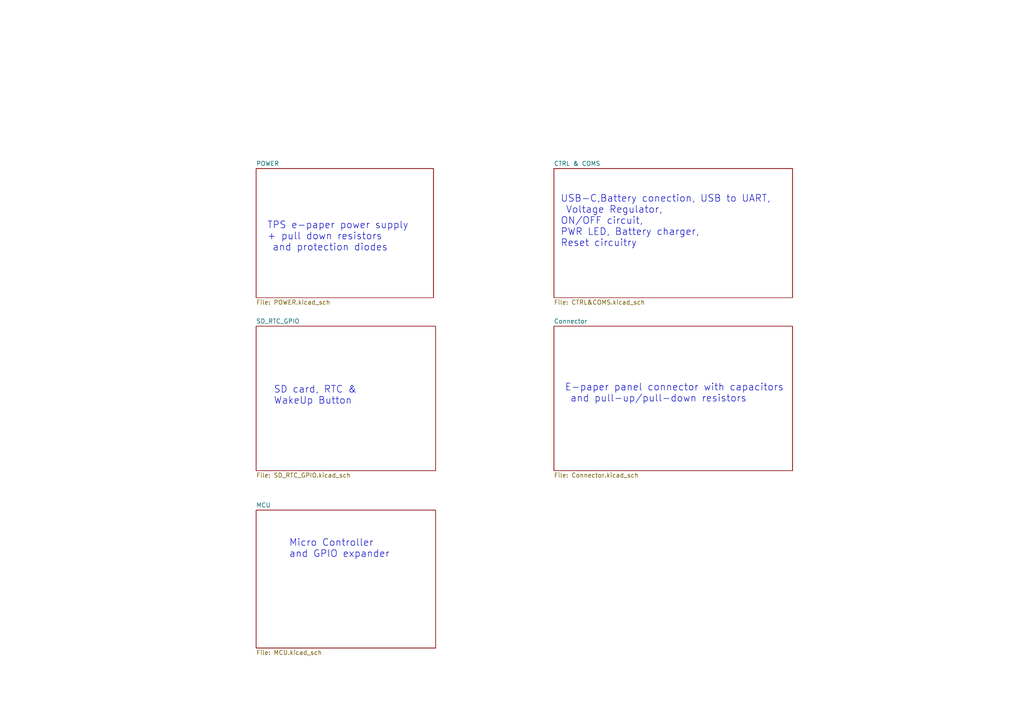
<source format=kicad_sch>
(kicad_sch (version 20211123) (generator eeschema)

  (uuid 3e0392c0-affc-4114-9de5-1f1cfe79418a)

  (paper "A4")

  (title_block
    (title "Soldered Inkplate 6")
    (date "2022-11-16")
    (rev "V1.2.0")
    (company "SOLDERED")
    (comment 1 "333232")
  )

  (lib_symbols
  )


  (text "USB-C,Battery conection, USB to UART,\n Voltage Regulator, \nON/OFF circuit, \nPWR LED, Battery charger,\nReset circuitry"
    (at 162.56 71.755 0)
    (effects (font (size 2 2)) (justify left bottom))
    (uuid 113db992-658b-4f23-8b16-4522e5d594a2)
  )
  (text "SD card, RTC &\nWakeUp Button" (at 79.375 117.475 0)
    (effects (font (size 2 2)) (justify left bottom))
    (uuid ae5dfa19-b75b-4084-98df-2f6c238e1010)
  )
  (text "Micro Controller \nand GPIO expander" (at 83.82 161.925 0)
    (effects (font (size 2 2)) (justify left bottom))
    (uuid c4c65829-13bf-442b-87d3-8b510575e892)
  )
  (text "E-paper panel connector with capacitors\n and pull-up/pull-down resistors"
    (at 163.83 116.84 0)
    (effects (font (size 2 2)) (justify left bottom))
    (uuid daba0f73-1e08-4d76-8c87-1e91e114c8cb)
  )
  (text "TPS e-paper power supply\n+ pull down resistors\n and protection diodes"
    (at 77.47 73.025 0)
    (effects (font (size 2 2)) (justify left bottom))
    (uuid fe1fc527-60b6-4641-947d-42c4e081bc8b)
  )

  (sheet (at 74.295 94.615) (size 52.07 41.91) (fields_autoplaced)
    (stroke (width 0.1524) (type solid) (color 0 0 0 0))
    (fill (color 0 0 0 0.0000))
    (uuid 54eacb7d-2867-4e72-811a-c5c54d1c401d)
    (property "Sheet name" "SD_RTC_GPIO" (id 0) (at 74.295 93.9034 0)
      (effects (font (size 1.27 1.27)) (justify left bottom))
    )
    (property "Sheet file" "SD_RTC_GPIO.kicad_sch" (id 1) (at 74.295 137.1096 0)
      (effects (font (size 1.27 1.27)) (justify left top))
    )
  )

  (sheet (at 74.295 48.895) (size 51.435 37.465) (fields_autoplaced)
    (stroke (width 0.1524) (type solid) (color 0 0 0 0))
    (fill (color 0 0 0 0.0000))
    (uuid 7f04153d-9d5e-47af-b99d-bc6a387c9a6f)
    (property "Sheet name" "POWER" (id 0) (at 74.295 48.1834 0)
      (effects (font (size 1.27 1.27)) (justify left bottom))
    )
    (property "Sheet file" "POWER.kicad_sch" (id 1) (at 74.295 86.9446 0)
      (effects (font (size 1.27 1.27)) (justify left top))
    )
  )

  (sheet (at 160.655 48.895) (size 69.215 37.465) (fields_autoplaced)
    (stroke (width 0.1524) (type solid) (color 0 0 0 0))
    (fill (color 0 0 0 0.0000))
    (uuid 7f64b242-0b48-4176-a29a-55846fc4f11f)
    (property "Sheet name" "CTRL & COMS" (id 0) (at 160.655 48.1834 0)
      (effects (font (size 1.27 1.27)) (justify left bottom))
    )
    (property "Sheet file" "CTRL&COMS.kicad_sch" (id 1) (at 160.655 86.9446 0)
      (effects (font (size 1.27 1.27)) (justify left top))
    )
  )

  (sheet (at 74.295 147.955) (size 52.07 40.005) (fields_autoplaced)
    (stroke (width 0.1524) (type solid) (color 0 0 0 0))
    (fill (color 0 0 0 0.0000))
    (uuid cf00c640-bc2a-46fb-9070-930e12a1010f)
    (property "Sheet name" "MCU" (id 0) (at 74.295 147.2434 0)
      (effects (font (size 1.27 1.27)) (justify left bottom))
    )
    (property "Sheet file" "MCU.kicad_sch" (id 1) (at 74.295 188.5446 0)
      (effects (font (size 1.27 1.27)) (justify left top))
    )
  )

  (sheet (at 160.655 94.615) (size 69.215 41.91) (fields_autoplaced)
    (stroke (width 0.1524) (type solid) (color 0 0 0 0))
    (fill (color 0 0 0 0.0000))
    (uuid d70980c1-9027-47ec-b223-7b4f8f0dfd54)
    (property "Sheet name" "Connector" (id 0) (at 160.655 93.9034 0)
      (effects (font (size 1.27 1.27)) (justify left bottom))
    )
    (property "Sheet file" "Connector.kicad_sch" (id 1) (at 160.655 137.1096 0)
      (effects (font (size 1.27 1.27)) (justify left top))
    )
  )

  (sheet_instances
    (path "/" (page "1"))
    (path "/7f04153d-9d5e-47af-b99d-bc6a387c9a6f" (page "2"))
    (path "/7f64b242-0b48-4176-a29a-55846fc4f11f" (page "3"))
    (path "/54eacb7d-2867-4e72-811a-c5c54d1c401d" (page "4"))
    (path "/d70980c1-9027-47ec-b223-7b4f8f0dfd54" (page "5"))
    (path "/cf00c640-bc2a-46fb-9070-930e12a1010f" (page "6"))
  )

  (symbol_instances
    (path "/7f04153d-9d5e-47af-b99d-bc6a387c9a6f/0aeedf50-f80c-4969-8d3a-a825dd2b85a9"
      (reference "#PWR0101") (unit 1) (value "GND") (footprint "")
    )
    (path "/7f04153d-9d5e-47af-b99d-bc6a387c9a6f/81bf77f2-7622-4789-96ed-01882cab29bf"
      (reference "#PWR0102") (unit 1) (value "GND") (footprint "")
    )
    (path "/7f04153d-9d5e-47af-b99d-bc6a387c9a6f/e812152c-4656-4ff6-bcd1-541db64d1a47"
      (reference "#PWR0103") (unit 1) (value "3V3") (footprint "")
    )
    (path "/7f04153d-9d5e-47af-b99d-bc6a387c9a6f/b0c785b7-d051-471d-9eea-dfb375c75cd2"
      (reference "#PWR0104") (unit 1) (value "VPOS") (footprint "")
    )
    (path "/7f04153d-9d5e-47af-b99d-bc6a387c9a6f/d17ab2be-8e09-41f8-ad9a-48c3136a68ba"
      (reference "#PWR0105") (unit 1) (value "3V3-EINK") (footprint "")
    )
    (path "/7f04153d-9d5e-47af-b99d-bc6a387c9a6f/930dceeb-87f8-4819-b067-b493ef260a53"
      (reference "#PWR0106") (unit 1) (value "GND") (footprint "")
    )
    (path "/7f04153d-9d5e-47af-b99d-bc6a387c9a6f/957a0c97-5ac2-4dc0-86dd-7b640381de7e"
      (reference "#PWR0107") (unit 1) (value "VDDH") (footprint "")
    )
    (path "/54eacb7d-2867-4e72-811a-c5c54d1c401d/f07d85a1-521c-4e1e-a416-55c2b3096466"
      (reference "#PWR0108") (unit 1) (value "3V3") (footprint "")
    )
    (path "/7f04153d-9d5e-47af-b99d-bc6a387c9a6f/348fe764-fa52-40ab-bd14-07ff15d4b6e6"
      (reference "#PWR0109") (unit 1) (value "GND") (footprint "")
    )
    (path "/7f04153d-9d5e-47af-b99d-bc6a387c9a6f/37900279-dc5f-4a59-b343-50487493e667"
      (reference "#PWR0110") (unit 1) (value "GND") (footprint "")
    )
    (path "/7f04153d-9d5e-47af-b99d-bc6a387c9a6f/e62215d7-c244-4d8f-acd2-a944cdc61898"
      (reference "#PWR0111") (unit 1) (value "GND") (footprint "")
    )
    (path "/7f04153d-9d5e-47af-b99d-bc6a387c9a6f/d7328f0a-9d1b-4ed4-b09d-d92654faf8d8"
      (reference "#PWR0112") (unit 1) (value "GND") (footprint "")
    )
    (path "/54eacb7d-2867-4e72-811a-c5c54d1c401d/0cda05ba-cbdb-40da-bc07-e46d765a75e5"
      (reference "#PWR0113") (unit 1) (value "3V3") (footprint "")
    )
    (path "/7f04153d-9d5e-47af-b99d-bc6a387c9a6f/2e631638-fab3-4ba6-b582-cd055e462680"
      (reference "#PWR0114") (unit 1) (value "VEE") (footprint "")
    )
    (path "/7f04153d-9d5e-47af-b99d-bc6a387c9a6f/b82d984a-2a78-4dbf-9516-5c16648505e3"
      (reference "#PWR0115") (unit 1) (value "GND") (footprint "")
    )
    (path "/7f04153d-9d5e-47af-b99d-bc6a387c9a6f/e3a9cb6c-4fdd-4836-a76e-ae303035e278"
      (reference "#PWR0116") (unit 1) (value "GND") (footprint "")
    )
    (path "/7f04153d-9d5e-47af-b99d-bc6a387c9a6f/d7bb5c80-60ae-4250-9eb6-f539cf6ce71d"
      (reference "#PWR0117") (unit 1) (value "GND") (footprint "")
    )
    (path "/7f04153d-9d5e-47af-b99d-bc6a387c9a6f/61638a27-cf16-43c7-81b2-3dcd2f4ae0de"
      (reference "#PWR0118") (unit 1) (value "GND") (footprint "")
    )
    (path "/7f04153d-9d5e-47af-b99d-bc6a387c9a6f/d8963558-6b4b-4d01-8ea5-ce9bf86a17a5"
      (reference "#PWR0119") (unit 1) (value "GND") (footprint "")
    )
    (path "/7f04153d-9d5e-47af-b99d-bc6a387c9a6f/3dfbc96a-205a-47f5-b222-b06c39a4f0ba"
      (reference "#PWR0120") (unit 1) (value "VDDH") (footprint "")
    )
    (path "/7f04153d-9d5e-47af-b99d-bc6a387c9a6f/2cf9e955-fe0c-4e0a-9102-1367e8b1689e"
      (reference "#PWR0121") (unit 1) (value "VEE") (footprint "")
    )
    (path "/7f04153d-9d5e-47af-b99d-bc6a387c9a6f/c56e41bb-0579-4e84-8015-842f0d930972"
      (reference "#PWR0122") (unit 1) (value "VBAT") (footprint "")
    )
    (path "/7f04153d-9d5e-47af-b99d-bc6a387c9a6f/3c3ced10-d57a-426a-8cf3-e4cd6c8875bb"
      (reference "#PWR0123") (unit 1) (value "VPOS") (footprint "")
    )
    (path "/7f04153d-9d5e-47af-b99d-bc6a387c9a6f/43e3722e-b586-4a17-9f21-e673af79d3f1"
      (reference "#PWR0124") (unit 1) (value "VIN") (footprint "")
    )
    (path "/7f04153d-9d5e-47af-b99d-bc6a387c9a6f/bae48bac-0ca3-4c1d-b486-b6b591d37764"
      (reference "#PWR0125") (unit 1) (value "GND") (footprint "")
    )
    (path "/d70980c1-9027-47ec-b223-7b4f8f0dfd54/55a2dac5-5ebf-4ad0-8438-5669eb66a8a7"
      (reference "#PWR0126") (unit 1) (value "3V3") (footprint "")
    )
    (path "/7f04153d-9d5e-47af-b99d-bc6a387c9a6f/8c7de61c-11af-405e-a540-2bbba8844a82"
      (reference "#PWR0127") (unit 1) (value "GND") (footprint "")
    )
    (path "/7f04153d-9d5e-47af-b99d-bc6a387c9a6f/88789455-3114-489b-8c74-f844ff1e4ba7"
      (reference "#PWR0128") (unit 1) (value "VNEG") (footprint "")
    )
    (path "/7f04153d-9d5e-47af-b99d-bc6a387c9a6f/5c53a653-1a8c-4d25-989b-a88f0584e825"
      (reference "#PWR0129") (unit 1) (value "3V3-EINK") (footprint "")
    )
    (path "/cf00c640-bc2a-46fb-9070-930e12a1010f/03ca641f-bced-4385-9da0-11ab610b22fa"
      (reference "#PWR0130") (unit 1) (value "3V3") (footprint "")
    )
    (path "/7f04153d-9d5e-47af-b99d-bc6a387c9a6f/1aea102e-8455-467f-a6e1-b7dc367e5a10"
      (reference "#PWR0131") (unit 1) (value "VDDH") (footprint "")
    )
    (path "/7f04153d-9d5e-47af-b99d-bc6a387c9a6f/e9df4def-f6fa-4bd4-aad8-8283b2a92a12"
      (reference "#PWR0132") (unit 1) (value "GND") (footprint "")
    )
    (path "/cf00c640-bc2a-46fb-9070-930e12a1010f/5e48041e-c6e1-493d-9f0c-d9be8c24680b"
      (reference "#PWR0133") (unit 1) (value "3V3") (footprint "")
    )
    (path "/7f04153d-9d5e-47af-b99d-bc6a387c9a6f/b77f2d15-c370-4f87-bb7c-b867768718ee"
      (reference "#PWR0134") (unit 1) (value "VIN") (footprint "")
    )
    (path "/7f04153d-9d5e-47af-b99d-bc6a387c9a6f/f013620a-7a64-4d41-9620-2af2fcc2ade1"
      (reference "#PWR0135") (unit 1) (value "GND") (footprint "")
    )
    (path "/7f04153d-9d5e-47af-b99d-bc6a387c9a6f/d404047c-f0cd-4350-9c49-a121bcb7021b"
      (reference "#PWR0136") (unit 1) (value "VNEG") (footprint "")
    )
    (path "/7f04153d-9d5e-47af-b99d-bc6a387c9a6f/4748fe7a-3972-4522-9810-482bcb056f65"
      (reference "#PWR0137") (unit 1) (value "VPOS") (footprint "")
    )
    (path "/7f04153d-9d5e-47af-b99d-bc6a387c9a6f/c84b72d5-92f3-42b5-b5f0-10aac35e4d0a"
      (reference "#PWR0138") (unit 1) (value "GND") (footprint "")
    )
    (path "/7f04153d-9d5e-47af-b99d-bc6a387c9a6f/d1f8a3a7-f9f3-4a8f-8f2c-792d047e8ac6"
      (reference "#PWR0139") (unit 1) (value "GND") (footprint "")
    )
    (path "/7f04153d-9d5e-47af-b99d-bc6a387c9a6f/456e9fff-34cc-48d0-95d1-99e1be2d044b"
      (reference "#PWR0140") (unit 1) (value "VEE") (footprint "")
    )
    (path "/7f04153d-9d5e-47af-b99d-bc6a387c9a6f/25b58151-72cf-48bf-ad36-c879516974fb"
      (reference "#PWR0141") (unit 1) (value "GND") (footprint "")
    )
    (path "/7f04153d-9d5e-47af-b99d-bc6a387c9a6f/01cb175f-86c7-4e68-bab4-b4260f578da1"
      (reference "#PWR0142") (unit 1) (value "GND") (footprint "")
    )
    (path "/7f04153d-9d5e-47af-b99d-bc6a387c9a6f/9f240b37-6e07-4bbe-8a43-a287ad864139"
      (reference "#PWR0143") (unit 1) (value "GND") (footprint "")
    )
    (path "/7f04153d-9d5e-47af-b99d-bc6a387c9a6f/383eff26-a18f-4d83-bb43-a3f9acc76c05"
      (reference "#PWR0144") (unit 1) (value "GND") (footprint "")
    )
    (path "/7f04153d-9d5e-47af-b99d-bc6a387c9a6f/7e332f6e-c34a-41ed-b736-54356e26f772"
      (reference "#PWR0145") (unit 1) (value "GND") (footprint "")
    )
    (path "/7f04153d-9d5e-47af-b99d-bc6a387c9a6f/7525cd0d-685c-4c03-984e-344817d75ebd"
      (reference "#PWR0146") (unit 1) (value "VIN") (footprint "")
    )
    (path "/7f04153d-9d5e-47af-b99d-bc6a387c9a6f/cfcbb4b4-d192-4dcc-ab96-7c26cb3ebc84"
      (reference "#PWR0147") (unit 1) (value "VIN") (footprint "")
    )
    (path "/7f04153d-9d5e-47af-b99d-bc6a387c9a6f/fe272caa-7fb3-4892-9f5f-7977716926c8"
      (reference "#PWR0148") (unit 1) (value "GND") (footprint "")
    )
    (path "/7f04153d-9d5e-47af-b99d-bc6a387c9a6f/aef186df-3d92-46db-bfbf-f2a55462fc58"
      (reference "#PWR0149") (unit 1) (value "GND") (footprint "")
    )
    (path "/7f04153d-9d5e-47af-b99d-bc6a387c9a6f/a80e404c-4c60-4f63-8a4e-d848a5568cb8"
      (reference "#PWR0150") (unit 1) (value "GND") (footprint "")
    )
    (path "/7f04153d-9d5e-47af-b99d-bc6a387c9a6f/5c1a8d12-58fa-44f6-bd06-f36a42cc5d67"
      (reference "#PWR0151") (unit 1) (value "VNEG") (footprint "")
    )
    (path "/7f04153d-9d5e-47af-b99d-bc6a387c9a6f/012aaa17-8ae6-4d93-bb77-10d4a8da551d"
      (reference "#PWR0152") (unit 1) (value "GND") (footprint "")
    )
    (path "/7f04153d-9d5e-47af-b99d-bc6a387c9a6f/645d0239-5cb9-454a-be7a-717406e8a94a"
      (reference "#PWR0153") (unit 1) (value "VPOS") (footprint "")
    )
    (path "/7f04153d-9d5e-47af-b99d-bc6a387c9a6f/7138e031-ea9f-466f-913b-aad092277cde"
      (reference "#PWR0154") (unit 1) (value "VNEG") (footprint "")
    )
    (path "/7f04153d-9d5e-47af-b99d-bc6a387c9a6f/b42b828d-ddec-4468-8b5b-c884d2c0e359"
      (reference "#PWR0155") (unit 1) (value "3V3") (footprint "")
    )
    (path "/7f04153d-9d5e-47af-b99d-bc6a387c9a6f/1d536233-86da-4283-8f00-37ae0e3cf341"
      (reference "#PWR0156") (unit 1) (value "VDDH") (footprint "")
    )
    (path "/7f04153d-9d5e-47af-b99d-bc6a387c9a6f/411e172a-ac3d-4b59-b510-190432740e75"
      (reference "#PWR0157") (unit 1) (value "VEE") (footprint "")
    )
    (path "/7f04153d-9d5e-47af-b99d-bc6a387c9a6f/655e3384-da4b-4fa2-84ab-a80f20278930"
      (reference "#PWR0158") (unit 1) (value "3V3-EINK") (footprint "")
    )
    (path "/7f04153d-9d5e-47af-b99d-bc6a387c9a6f/77782128-7824-455f-828e-135442c0585b"
      (reference "#PWR0159") (unit 1) (value "GND") (footprint "")
    )
    (path "/7f04153d-9d5e-47af-b99d-bc6a387c9a6f/6ea97dc4-21dd-41a0-8d1e-d540bce2b743"
      (reference "#PWR0160") (unit 1) (value "GND") (footprint "")
    )
    (path "/7f04153d-9d5e-47af-b99d-bc6a387c9a6f/78e8eaae-3377-48e9-b5ed-666074befe71"
      (reference "#PWR0161") (unit 1) (value "GND") (footprint "")
    )
    (path "/7f64b242-0b48-4176-a29a-55846fc4f11f/e636c5ab-ca5e-40df-bba5-7bbe52097c98"
      (reference "#PWR0162") (unit 1) (value "GND") (footprint "")
    )
    (path "/7f64b242-0b48-4176-a29a-55846fc4f11f/ddff5604-74f0-4a6c-ba03-ba80df7182cf"
      (reference "#PWR0163") (unit 1) (value "GND") (footprint "")
    )
    (path "/7f64b242-0b48-4176-a29a-55846fc4f11f/a63ee9eb-3c0c-4cb5-b6d8-59ea944468fd"
      (reference "#PWR0164") (unit 1) (value "VUSB") (footprint "")
    )
    (path "/7f64b242-0b48-4176-a29a-55846fc4f11f/1e14ad99-e705-4b3f-8cfc-107e31a8e6df"
      (reference "#PWR0165") (unit 1) (value "GND") (footprint "")
    )
    (path "/7f64b242-0b48-4176-a29a-55846fc4f11f/c71e40c2-8512-4e3a-a244-a57c0364d36b"
      (reference "#PWR0166") (unit 1) (value "GND") (footprint "")
    )
    (path "/7f64b242-0b48-4176-a29a-55846fc4f11f/34bb47cd-4da1-4fb9-ad51-f3c5a4ff285d"
      (reference "#PWR0167") (unit 1) (value "GND") (footprint "")
    )
    (path "/7f64b242-0b48-4176-a29a-55846fc4f11f/be978bca-7b29-44ac-bd01-3c67200cb032"
      (reference "#PWR0168") (unit 1) (value "GND") (footprint "")
    )
    (path "/7f64b242-0b48-4176-a29a-55846fc4f11f/4361e044-b1e7-4d62-ba13-58b859636f69"
      (reference "#PWR0169") (unit 1) (value "GND") (footprint "")
    )
    (path "/7f64b242-0b48-4176-a29a-55846fc4f11f/c85aa48a-0fb9-424f-ae93-af15bd84a4ff"
      (reference "#PWR0170") (unit 1) (value "VUSB") (footprint "")
    )
    (path "/7f64b242-0b48-4176-a29a-55846fc4f11f/3978fbaa-0eb3-490b-ba08-48097226457d"
      (reference "#PWR0171") (unit 1) (value "GND") (footprint "")
    )
    (path "/7f64b242-0b48-4176-a29a-55846fc4f11f/4fd7b3c7-e688-4760-8033-150db32eaa1b"
      (reference "#PWR0172") (unit 1) (value "VUSB") (footprint "")
    )
    (path "/7f64b242-0b48-4176-a29a-55846fc4f11f/51193bc6-6ab5-4d64-b3be-73526a842c34"
      (reference "#PWR0173") (unit 1) (value "VBAT") (footprint "")
    )
    (path "/7f64b242-0b48-4176-a29a-55846fc4f11f/7143a6fb-2bba-4c1f-a2af-313e10d22d8b"
      (reference "#PWR0174") (unit 1) (value "VBAT") (footprint "")
    )
    (path "/7f64b242-0b48-4176-a29a-55846fc4f11f/869289a9-24c4-4d4e-92ae-0aca6334c740"
      (reference "#PWR0175") (unit 1) (value "GND") (footprint "")
    )
    (path "/7f64b242-0b48-4176-a29a-55846fc4f11f/03265b4a-3054-4e6f-8414-456f097c21b0"
      (reference "#PWR0176") (unit 1) (value "GND") (footprint "")
    )
    (path "/7f64b242-0b48-4176-a29a-55846fc4f11f/ff511cee-a417-40b1-9335-fd10470aad15"
      (reference "#PWR0177") (unit 1) (value "VUSB") (footprint "")
    )
    (path "/7f64b242-0b48-4176-a29a-55846fc4f11f/3c313d77-8cb4-40d0-b16b-098f04367919"
      (reference "#PWR0178") (unit 1) (value "GND") (footprint "")
    )
    (path "/7f64b242-0b48-4176-a29a-55846fc4f11f/36dd8f12-fad1-4681-9cf1-f397244504a3"
      (reference "#PWR0179") (unit 1) (value "GND") (footprint "")
    )
    (path "/7f64b242-0b48-4176-a29a-55846fc4f11f/f2bc994e-f25c-45da-bf6d-c07ff83d13ec"
      (reference "#PWR0180") (unit 1) (value "VBAT") (footprint "")
    )
    (path "/7f64b242-0b48-4176-a29a-55846fc4f11f/a42d0c29-fcd9-4b7b-ab95-61e60930bd97"
      (reference "#PWR0181") (unit 1) (value "VBAT") (footprint "")
    )
    (path "/7f64b242-0b48-4176-a29a-55846fc4f11f/631e83cc-e7b1-44a3-9e85-26b9f23f683e"
      (reference "#PWR0182") (unit 1) (value "GND") (footprint "")
    )
    (path "/7f64b242-0b48-4176-a29a-55846fc4f11f/0d8d7250-9a19-48b6-b2c3-d0e259e044aa"
      (reference "#PWR0183") (unit 1) (value "VBAT") (footprint "")
    )
    (path "/7f64b242-0b48-4176-a29a-55846fc4f11f/52c33213-dedc-4298-93fc-2ca4aa41e2ea"
      (reference "#PWR0184") (unit 1) (value "VUSB") (footprint "")
    )
    (path "/7f64b242-0b48-4176-a29a-55846fc4f11f/24be9af0-6f51-45cf-82eb-443832aa0553"
      (reference "#PWR0185") (unit 1) (value "VIN") (footprint "")
    )
    (path "/7f64b242-0b48-4176-a29a-55846fc4f11f/520570ec-9775-4bd8-9d62-b25496606843"
      (reference "#PWR0186") (unit 1) (value "GND") (footprint "")
    )
    (path "/7f64b242-0b48-4176-a29a-55846fc4f11f/592517f8-9a05-4bd0-946b-73440a857740"
      (reference "#PWR0187") (unit 1) (value "GND") (footprint "")
    )
    (path "/7f64b242-0b48-4176-a29a-55846fc4f11f/ac274540-fdb8-4641-ab5a-e3765e303d52"
      (reference "#PWR0188") (unit 1) (value "3V3") (footprint "")
    )
    (path "/7f64b242-0b48-4176-a29a-55846fc4f11f/ca53951d-ee6a-422e-8ee0-382c8396152d"
      (reference "#PWR0189") (unit 1) (value "GND") (footprint "")
    )
    (path "/7f64b242-0b48-4176-a29a-55846fc4f11f/2ee58ae4-139f-4298-b453-4d43497845f5"
      (reference "#PWR0190") (unit 1) (value "GND") (footprint "")
    )
    (path "/7f64b242-0b48-4176-a29a-55846fc4f11f/097e26fe-f01a-4812-ac65-b308a8eb46ac"
      (reference "#PWR0191") (unit 1) (value "GND") (footprint "")
    )
    (path "/7f64b242-0b48-4176-a29a-55846fc4f11f/40c31d4c-3a5b-48e3-9a07-5d8817a29ab1"
      (reference "#PWR0192") (unit 1) (value "GND") (footprint "")
    )
    (path "/7f64b242-0b48-4176-a29a-55846fc4f11f/9c948acb-7aa6-478c-94ea-5a6a62b1ecd0"
      (reference "#PWR0193") (unit 1) (value "3V3") (footprint "")
    )
    (path "/7f64b242-0b48-4176-a29a-55846fc4f11f/a5c48467-2da2-48f9-8101-99da5434a0ec"
      (reference "#PWR0194") (unit 1) (value "VIN") (footprint "")
    )
    (path "/7f64b242-0b48-4176-a29a-55846fc4f11f/b5864a43-150c-4617-9d4b-bbf9745371bc"
      (reference "#PWR0195") (unit 1) (value "GND") (footprint "")
    )
    (path "/7f64b242-0b48-4176-a29a-55846fc4f11f/b5e4e1a0-4e36-4446-83f8-54df221b3c16"
      (reference "#PWR0196") (unit 1) (value "GND") (footprint "")
    )
    (path "/7f64b242-0b48-4176-a29a-55846fc4f11f/952134ee-9c94-4cf7-978f-c93d93954c79"
      (reference "#PWR0197") (unit 1) (value "VIN") (footprint "")
    )
    (path "/7f64b242-0b48-4176-a29a-55846fc4f11f/3f8af61b-fe68-4961-85f2-6d26c73bfe72"
      (reference "#PWR0198") (unit 1) (value "VIN") (footprint "")
    )
    (path "/7f64b242-0b48-4176-a29a-55846fc4f11f/ed56bc52-95b0-40df-bcc2-b036aea270b4"
      (reference "#PWR0199") (unit 1) (value "3V3") (footprint "")
    )
    (path "/7f64b242-0b48-4176-a29a-55846fc4f11f/830c8f54-bbe0-4161-9929-e02f70054d95"
      (reference "#PWR0200") (unit 1) (value "3V3") (footprint "")
    )
    (path "/7f64b242-0b48-4176-a29a-55846fc4f11f/4819d2b2-7ea4-42d8-b639-0ff73d825c30"
      (reference "#PWR0201") (unit 1) (value "GND") (footprint "")
    )
    (path "/7f64b242-0b48-4176-a29a-55846fc4f11f/7ba11157-3e62-47ac-a221-7ee6f696368b"
      (reference "#PWR0202") (unit 1) (value "GND") (footprint "")
    )
    (path "/54eacb7d-2867-4e72-811a-c5c54d1c401d/9cdff882-3a9f-4ad7-b9df-401a383e60a3"
      (reference "#PWR0203") (unit 1) (value "GND") (footprint "")
    )
    (path "/54eacb7d-2867-4e72-811a-c5c54d1c401d/1255e693-f03a-41df-837e-e4c7dff55739"
      (reference "#PWR0204") (unit 1) (value "GND") (footprint "")
    )
    (path "/54eacb7d-2867-4e72-811a-c5c54d1c401d/ec4c23a8-98da-4417-9876-f903e0f5288f"
      (reference "#PWR0205") (unit 1) (value "GND") (footprint "")
    )
    (path "/54eacb7d-2867-4e72-811a-c5c54d1c401d/257c2205-be03-4109-b6df-0ff4b2afee11"
      (reference "#PWR0206") (unit 1) (value "GND") (footprint "")
    )
    (path "/54eacb7d-2867-4e72-811a-c5c54d1c401d/86006c62-7b68-4565-92f1-d7aa0392f948"
      (reference "#PWR0207") (unit 1) (value "GND") (footprint "")
    )
    (path "/54eacb7d-2867-4e72-811a-c5c54d1c401d/428b6a7c-d9ac-4710-a40c-fbb39b879c0d"
      (reference "#PWR0208") (unit 1) (value "GND") (footprint "")
    )
    (path "/54eacb7d-2867-4e72-811a-c5c54d1c401d/f590a2ab-2a02-4db3-aa04-53bf034ef161"
      (reference "#PWR0209") (unit 1) (value "GND") (footprint "")
    )
    (path "/d70980c1-9027-47ec-b223-7b4f8f0dfd54/d7d1a2fc-dc5d-4010-a8ae-b011dd12d050"
      (reference "#PWR0210") (unit 1) (value "VEE") (footprint "")
    )
    (path "/d70980c1-9027-47ec-b223-7b4f8f0dfd54/c202910c-ec46-460e-bb4d-79326afe6d97"
      (reference "#PWR0211") (unit 1) (value "GND") (footprint "")
    )
    (path "/d70980c1-9027-47ec-b223-7b4f8f0dfd54/7b46fc19-b48b-4dce-bbd1-fb29f9861458"
      (reference "#PWR0212") (unit 1) (value "GND") (footprint "")
    )
    (path "/d70980c1-9027-47ec-b223-7b4f8f0dfd54/0a3461ea-882f-4373-bde2-bf8aabcf7c47"
      (reference "#PWR0213") (unit 1) (value "3V3-EINK") (footprint "")
    )
    (path "/d70980c1-9027-47ec-b223-7b4f8f0dfd54/d157ca28-6c26-46a4-aac8-3502c7395214"
      (reference "#PWR0214") (unit 1) (value "GND") (footprint "")
    )
    (path "/d70980c1-9027-47ec-b223-7b4f8f0dfd54/571f4f2e-6f7e-4572-a793-2ac73e3fc06d"
      (reference "#PWR0215") (unit 1) (value "VNEG") (footprint "")
    )
    (path "/d70980c1-9027-47ec-b223-7b4f8f0dfd54/63d5f620-a465-4113-93fa-45d64002dff3"
      (reference "#PWR0216") (unit 1) (value "3V3-EINK") (footprint "")
    )
    (path "/d70980c1-9027-47ec-b223-7b4f8f0dfd54/97d12740-4267-41d9-8cae-45a091c2463e"
      (reference "#PWR0217") (unit 1) (value "VPOS") (footprint "")
    )
    (path "/d70980c1-9027-47ec-b223-7b4f8f0dfd54/8f0a54f1-d1fd-4162-a939-593ca6ab861d"
      (reference "#PWR0218") (unit 1) (value "GND") (footprint "")
    )
    (path "/d70980c1-9027-47ec-b223-7b4f8f0dfd54/94f3fb11-5b1b-445f-8f49-22a7bb8b0f49"
      (reference "#PWR0219") (unit 1) (value "GND") (footprint "")
    )
    (path "/d70980c1-9027-47ec-b223-7b4f8f0dfd54/f0753aea-4add-47c7-b3fa-5dc31c02c134"
      (reference "#PWR0220") (unit 1) (value "VDDH") (footprint "")
    )
    (path "/d70980c1-9027-47ec-b223-7b4f8f0dfd54/0e7822bf-eb1e-428a-927b-f4d753815882"
      (reference "#PWR0221") (unit 1) (value "GND") (footprint "")
    )
    (path "/cf00c640-bc2a-46fb-9070-930e12a1010f/ae1dcdf0-46de-40d0-be42-a5a091f5e4f5"
      (reference "#PWR0222") (unit 1) (value "GND") (footprint "")
    )
    (path "/cf00c640-bc2a-46fb-9070-930e12a1010f/0bb2e8b1-7c6f-4a57-ab25-acd2bd847500"
      (reference "#PWR0223") (unit 1) (value "GND") (footprint "")
    )
    (path "/cf00c640-bc2a-46fb-9070-930e12a1010f/9f9f785a-9019-4bac-be38-9c801a1b2d18"
      (reference "#PWR0224") (unit 1) (value "GND") (footprint "")
    )
    (path "/54eacb7d-2867-4e72-811a-c5c54d1c401d/f68525ea-73f0-4559-9863-e7aba16007a1"
      (reference "#PWR0225") (unit 1) (value "3V3") (footprint "")
    )
    (path "/54eacb7d-2867-4e72-811a-c5c54d1c401d/6d7a484d-71df-4de8-a34a-1a3c4a56a94d"
      (reference "#PWR0226") (unit 1) (value "3V3") (footprint "")
    )
    (path "/d70980c1-9027-47ec-b223-7b4f8f0dfd54/57b0f576-79aa-463e-bfd4-75aebbf4bdfe"
      (reference "#PWR0227") (unit 1) (value "GND") (footprint "")
    )
    (path "/d70980c1-9027-47ec-b223-7b4f8f0dfd54/d5fbda9a-f130-428a-a1a3-08cd6561fe2e"
      (reference "#PWR0228") (unit 1) (value "3V3-EINK") (footprint "")
    )
    (path "/d70980c1-9027-47ec-b223-7b4f8f0dfd54/0bf161c3-5f42-469f-aa00-6055ea0ea4b0"
      (reference "#PWR0229") (unit 1) (value "VPOS") (footprint "")
    )
    (path "/d70980c1-9027-47ec-b223-7b4f8f0dfd54/7c040c1f-ddff-4aed-90e7-860e7144434f"
      (reference "#PWR0230") (unit 1) (value "VNEG") (footprint "")
    )
    (path "/d70980c1-9027-47ec-b223-7b4f8f0dfd54/c27b0eb8-261c-4f0c-a319-0736b4981756"
      (reference "#PWR0231") (unit 1) (value "GND") (footprint "")
    )
    (path "/d70980c1-9027-47ec-b223-7b4f8f0dfd54/2a3e567b-2a0f-4261-8935-9478cab65d14"
      (reference "#PWR0232") (unit 1) (value "GND") (footprint "")
    )
    (path "/d70980c1-9027-47ec-b223-7b4f8f0dfd54/3d1134d0-6c97-4810-8ed8-3e980e55edea"
      (reference "#PWR0233") (unit 1) (value "GND") (footprint "")
    )
    (path "/d70980c1-9027-47ec-b223-7b4f8f0dfd54/65982491-1f75-488c-b067-47083b0b47e7"
      (reference "#PWR0234") (unit 1) (value "VEE") (footprint "")
    )
    (path "/d70980c1-9027-47ec-b223-7b4f8f0dfd54/fa01b80a-feb8-440c-aefe-b89f7caecfca"
      (reference "#PWR0235") (unit 1) (value "GND") (footprint "")
    )
    (path "/d70980c1-9027-47ec-b223-7b4f8f0dfd54/124ece48-aef1-4e4d-b7c3-349abe6b1689"
      (reference "#PWR0236") (unit 1) (value "GND") (footprint "")
    )
    (path "/d70980c1-9027-47ec-b223-7b4f8f0dfd54/3a3a1f9a-2709-4c1b-863a-6dc0e0b5b7a6"
      (reference "#PWR0237") (unit 1) (value "VDDH") (footprint "")
    )
    (path "/7f64b242-0b48-4176-a29a-55846fc4f11f/d0916eab-150c-48f1-9153-1b99d91aee14"
      (reference "#PWR0238") (unit 1) (value "GND") (footprint "")
    )
    (path "/7f64b242-0b48-4176-a29a-55846fc4f11f/f50567e7-285f-4ed1-9160-fd6c1f6cc7db"
      (reference "#PWR0239") (unit 1) (value "3V3") (footprint "")
    )
    (path "/cf00c640-bc2a-46fb-9070-930e12a1010f/eafa922c-2e85-44e2-9409-d3055e6dedf1"
      (reference "#PWR0240") (unit 1) (value "3V3") (footprint "")
    )
    (path "/cf00c640-bc2a-46fb-9070-930e12a1010f/480e2987-29fc-4dc3-94f4-010876a07054"
      (reference "#PWR0241") (unit 1) (value "GND") (footprint "")
    )
    (path "/cf00c640-bc2a-46fb-9070-930e12a1010f/9ed1d360-e00d-45d9-86f6-74c930613aaa"
      (reference "#PWR0242") (unit 1) (value "3V3") (footprint "")
    )
    (path "/cf00c640-bc2a-46fb-9070-930e12a1010f/d46b4ef7-eac8-4016-8e80-1c4b979609bf"
      (reference "#PWR0243") (unit 1) (value "GND") (footprint "")
    )
    (path "/cf00c640-bc2a-46fb-9070-930e12a1010f/d247da47-3d1d-4bef-bbf4-43b74f0e0fff"
      (reference "#PWR0244") (unit 1) (value "GND") (footprint "")
    )
    (path "/cf00c640-bc2a-46fb-9070-930e12a1010f/d83bce3b-b045-441a-b0a7-4bc67479fcc7"
      (reference "#PWR0245") (unit 1) (value "3V3") (footprint "")
    )
    (path "/cf00c640-bc2a-46fb-9070-930e12a1010f/b94801b3-8eda-488a-a99b-3f0051ecf97a"
      (reference "#PWR0246") (unit 1) (value "3V3") (footprint "")
    )
    (path "/cf00c640-bc2a-46fb-9070-930e12a1010f/caf2d801-e9bb-4c38-be08-b44130830579"
      (reference "#PWR0247") (unit 1) (value "3V3") (footprint "")
    )
    (path "/cf00c640-bc2a-46fb-9070-930e12a1010f/ba08342d-356b-4fe6-bbf4-7d97a74dea36"
      (reference "#PWR0248") (unit 1) (value "GND") (footprint "")
    )
    (path "/cf00c640-bc2a-46fb-9070-930e12a1010f/4b75edd4-f1e3-4e56-bc35-9781741ca1c6"
      (reference "#PWR0249") (unit 1) (value "GND") (footprint "")
    )
    (path "/cf00c640-bc2a-46fb-9070-930e12a1010f/0bcf7ae7-65fb-4e6d-a186-c5fc3f5f049c"
      (reference "#PWR0250") (unit 1) (value "3V3") (footprint "")
    )
    (path "/cf00c640-bc2a-46fb-9070-930e12a1010f/bd0e6e99-a76a-4970-b02c-a1012995ecfe"
      (reference "#PWR0251") (unit 1) (value "GND") (footprint "")
    )
    (path "/7f64b242-0b48-4176-a29a-55846fc4f11f/946cd559-f656-4a03-a3f1-a95f447461ff"
      (reference "#PWR0252") (unit 1) (value "3V3") (footprint "")
    )
    (path "/7f64b242-0b48-4176-a29a-55846fc4f11f/b64ca3bf-8e7b-42a1-8f11-dea7defaac78"
      (reference "#PWR0253") (unit 1) (value "GND") (footprint "")
    )
    (path "/7f64b242-0b48-4176-a29a-55846fc4f11f/aab437f1-055b-40dd-b2f9-5b68be39f68a"
      (reference "#PWR0254") (unit 1) (value "GND") (footprint "")
    )
    (path "/7f64b242-0b48-4176-a29a-55846fc4f11f/50b5b658-71cf-4b75-959b-23602ed236e4"
      (reference "#PWR0255") (unit 1) (value "3V3") (footprint "")
    )
    (path "/7f64b242-0b48-4176-a29a-55846fc4f11f/c58ed647-6661-4925-b8d5-ee2153be525a"
      (reference "#PWR0256") (unit 1) (value "GND") (footprint "")
    )
    (path "/7f64b242-0b48-4176-a29a-55846fc4f11f/c0c34688-5091-41fd-83cd-a8f0c77763d8"
      (reference "#PWR0257") (unit 1) (value "GND") (footprint "")
    )
    (path "/7f64b242-0b48-4176-a29a-55846fc4f11f/7bdce757-f3e9-4804-8c1c-00d5e1c840e1"
      (reference "#PWR0258") (unit 1) (value "GND") (footprint "")
    )
    (path "/7f64b242-0b48-4176-a29a-55846fc4f11f/7de2cf84-25b7-4249-a500-d3cb8e04ad9c"
      (reference "#PWR0259") (unit 1) (value "3V3") (footprint "")
    )
    (path "/54eacb7d-2867-4e72-811a-c5c54d1c401d/6fd1dec3-251b-4d66-9c63-61f86c7a4ed7"
      (reference "#PWR0260") (unit 1) (value "3V3") (footprint "")
    )
    (path "/7f04153d-9d5e-47af-b99d-bc6a387c9a6f/01a7e31f-5ebd-4b37-bbfe-9b2481ef3228"
      (reference "C1") (unit 1) (value "4u7-TMK212AB7475KG-T") (footprint "e-radionica.com footprinti:0805C")
    )
    (path "/7f04153d-9d5e-47af-b99d-bc6a387c9a6f/3073b726-0c0c-41a8-a2b0-d25789cfed1a"
      (reference "C2") (unit 1) (value "4u7-TMK212AB7475KG-T") (footprint "e-radionica.com footprinti:0805C")
    )
    (path "/7f04153d-9d5e-47af-b99d-bc6a387c9a6f/e39f39c6-15a4-4b98-8394-15dd7c4b846d"
      (reference "C3") (unit 1) (value "4u7-TMK212AB7475KG-T") (footprint "e-radionica.com footprinti:0805C")
    )
    (path "/7f04153d-9d5e-47af-b99d-bc6a387c9a6f/8b46b7ad-a404-4768-856b-5aa85ba5a05f"
      (reference "C4") (unit 1) (value "4u7-TMK212AB7475KG-T") (footprint "e-radionica.com footprinti:0805C")
    )
    (path "/7f04153d-9d5e-47af-b99d-bc6a387c9a6f/9fd4b988-e9b4-4426-9b8b-975a1661e62e"
      (reference "C5") (unit 1) (value "10u-GRM188R61E106KA73J") (footprint "e-radionica.com footprinti:0603C")
    )
    (path "/7f04153d-9d5e-47af-b99d-bc6a387c9a6f/ba4ba131-df23-4e54-9ba3-930375ffb12f"
      (reference "C6") (unit 1) (value "4u7-TMK212AB7475KG-T") (footprint "e-radionica.com footprinti:0805C")
    )
    (path "/7f04153d-9d5e-47af-b99d-bc6a387c9a6f/651d6aec-c12d-4d06-8311-110642013245"
      (reference "C7") (unit 1) (value "4u7-TMK212AB7475KG-T") (footprint "e-radionica.com footprinti:0805C")
    )
    (path "/7f04153d-9d5e-47af-b99d-bc6a387c9a6f/6ec8c0d7-5dd8-49a5-9ac1-e5b4733e56d6"
      (reference "C8") (unit 1) (value "10u-GRM188R61E106KA73J") (footprint "e-radionica.com footprinti:0603C")
    )
    (path "/7f04153d-9d5e-47af-b99d-bc6a387c9a6f/03ea23e2-891d-47a9-babc-9a7d79d0b3a4"
      (reference "C9") (unit 1) (value "4u7-TMK212AB7475KG-T") (footprint "e-radionica.com footprinti:0805C")
    )
    (path "/7f04153d-9d5e-47af-b99d-bc6a387c9a6f/577aca39-152b-470d-827e-739baf8728ee"
      (reference "C10") (unit 1) (value "10u-GRM188R61E106KA73J") (footprint "e-radionica.com footprinti:0603C")
    )
    (path "/7f04153d-9d5e-47af-b99d-bc6a387c9a6f/8449a3ce-250e-4e71-bee5-6b218ad5bc0e"
      (reference "C11") (unit 1) (value "4u7-TMK212AB7475KG-T") (footprint "e-radionica.com footprinti:0805C")
    )
    (path "/7f04153d-9d5e-47af-b99d-bc6a387c9a6f/fd389af3-ce5a-4a1c-ab0b-0b197ac6e6a6"
      (reference "C12") (unit 1) (value "4u7-TMK212AB7475KG-T") (footprint "e-radionica.com footprinti:0805C")
    )
    (path "/7f04153d-9d5e-47af-b99d-bc6a387c9a6f/8d2a442d-fd42-465d-9400-60d78a7ae229"
      (reference "C13") (unit 1) (value "4u7-TMK212AB7475KG-T") (footprint "e-radionica.com footprinti:0805C")
    )
    (path "/7f04153d-9d5e-47af-b99d-bc6a387c9a6f/b520422a-ca95-4194-85e0-a0e680f4b49d"
      (reference "C14") (unit 1) (value "2u2-GRM188R61E225MA12D") (footprint "e-radionica.com footprinti:0603C")
    )
    (path "/7f04153d-9d5e-47af-b99d-bc6a387c9a6f/bd38f5dd-ce18-4f42-9ac0-2518bd8e469d"
      (reference "C15") (unit 1) (value "2u2-GRM188R61E225MA12D") (footprint "e-radionica.com footprinti:0603C")
    )
    (path "/7f04153d-9d5e-47af-b99d-bc6a387c9a6f/462015c9-a3ea-4650-b403-82f9678a5cc4"
      (reference "C16") (unit 1) (value "10n-AC0603KRX7R8BB103") (footprint "e-radionica.com footprinti:0603C")
    )
    (path "/7f04153d-9d5e-47af-b99d-bc6a387c9a6f/f87914ae-c17d-4e20-83a2-a792c4f0ffed"
      (reference "C17") (unit 1) (value "10n-AC0603KRX7R8BB103") (footprint "e-radionica.com footprinti:0603C")
    )
    (path "/7f04153d-9d5e-47af-b99d-bc6a387c9a6f/34b42fbd-25ed-4825-af0b-04f00ad44574"
      (reference "C18") (unit 1) (value "100n-AC0603KRX7R8BB104") (footprint "e-radionica.com footprinti:0603C")
    )
    (path "/7f04153d-9d5e-47af-b99d-bc6a387c9a6f/22598d9c-6970-49a9-b9bb-f36ca5838e57"
      (reference "C19") (unit 1) (value "100n-AC0603KRX7R8BB104") (footprint "e-radionica.com footprinti:0603C")
    )
    (path "/7f64b242-0b48-4176-a29a-55846fc4f11f/bde1ce8b-2ee4-41ae-90a0-61fe8bbff936"
      (reference "C20") (unit 1) (value "DNP") (footprint "e-radionica.com footprinti:2917C")
    )
    (path "/7f64b242-0b48-4176-a29a-55846fc4f11f/8b95e7d8-9560-451f-96a2-a1c051a15bef"
      (reference "C21") (unit 1) (value "2u2") (footprint "e-radionica.com footprinti:0603C")
    )
    (path "/7f64b242-0b48-4176-a29a-55846fc4f11f/2de931a7-c679-449f-85ce-f97d3d23da4c"
      (reference "C22") (unit 1) (value "10u") (footprint "e-radionica.com footprinti:1206C")
    )
    (path "/7f64b242-0b48-4176-a29a-55846fc4f11f/fd72caa2-d996-4823-a840-f04f6c0f3b52"
      (reference "C23") (unit 1) (value "2u2") (footprint "e-radionica.com footprinti:0603C")
    )
    (path "/7f64b242-0b48-4176-a29a-55846fc4f11f/1bba85b3-e8a4-4045-9fef-8ead3577213c"
      (reference "C24") (unit 1) (value "100n") (footprint "e-radionica.com footprinti:0603C")
    )
    (path "/7f64b242-0b48-4176-a29a-55846fc4f11f/8fcbbb86-8970-4fe7-b175-7fd1286b6c52"
      (reference "C25") (unit 1) (value "100n") (footprint "e-radionica.com footprinti:0603C")
    )
    (path "/7f64b242-0b48-4176-a29a-55846fc4f11f/3ecda102-0480-4558-9776-7271bfee39e5"
      (reference "C26") (unit 1) (value "100n") (footprint "e-radionica.com footprinti:0603C")
    )
    (path "/7f64b242-0b48-4176-a29a-55846fc4f11f/4bb66bbd-47f1-4d1a-9972-1eef37659d1d"
      (reference "C27") (unit 1) (value "100n") (footprint "e-radionica.com footprinti:0603C")
    )
    (path "/7f64b242-0b48-4176-a29a-55846fc4f11f/32fdc43b-b5be-4c75-9dac-2a94f497e6e4"
      (reference "C28") (unit 1) (value "2u2") (footprint "e-radionica.com footprinti:0603C")
    )
    (path "/7f64b242-0b48-4176-a29a-55846fc4f11f/ba1ee15e-0d67-4f33-b340-d92dbf83df49"
      (reference "C29") (unit 1) (value "10u") (footprint "e-radionica.com footprinti:1206C")
    )
    (path "/7f64b242-0b48-4176-a29a-55846fc4f11f/8389ccb3-a50c-4e02-8a47-7d892d36dc38"
      (reference "C30") (unit 1) (value "100n") (footprint "e-radionica.com footprinti:0603C")
    )
    (path "/d70980c1-9027-47ec-b223-7b4f8f0dfd54/21fd799b-2f06-4c1c-9229-d051367468b8"
      (reference "C31") (unit 1) (value "100n") (footprint "e-radionica.com footprinti:0603C")
    )
    (path "/54eacb7d-2867-4e72-811a-c5c54d1c401d/760abc9b-953b-40ad-b0fd-9085add7ccd5"
      (reference "C32") (unit 1) (value "2u2") (footprint "e-radionica.com footprinti:0603C")
    )
    (path "/54eacb7d-2867-4e72-811a-c5c54d1c401d/f1deed04-ba6f-4aef-ba53-b25ae0f75a4a"
      (reference "C33") (unit 1) (value "100n") (footprint "e-radionica.com footprinti:0603C")
    )
    (path "/54eacb7d-2867-4e72-811a-c5c54d1c401d/3ae8569c-ff16-4aa0-8b4e-f9eb3114269b"
      (reference "C34") (unit 1) (value "100n") (footprint "e-radionica.com footprinti:0603C")
    )
    (path "/d70980c1-9027-47ec-b223-7b4f8f0dfd54/d605ca47-b6bb-44d5-9653-db5753878485"
      (reference "C35") (unit 1) (value "100p") (footprint "e-radionica.com footprinti:0603C")
    )
    (path "/7f64b242-0b48-4176-a29a-55846fc4f11f/5a995f73-b2da-4337-a14b-73085d715f2b"
      (reference "C36") (unit 1) (value "100n") (footprint "e-radionica.com footprinti:0603C")
    )
    (path "/7f64b242-0b48-4176-a29a-55846fc4f11f/3a4f821b-d476-4840-8234-dc686ddfff16"
      (reference "C37") (unit 1) (value "2u2") (footprint "e-radionica.com footprinti:0603C")
    )
    (path "/7f64b242-0b48-4176-a29a-55846fc4f11f/7f454a9a-ab46-4d3c-8ed2-b47727928f42"
      (reference "C38") (unit 1) (value "100n") (footprint "e-radionica.com footprinti:0603C")
    )
    (path "/d70980c1-9027-47ec-b223-7b4f8f0dfd54/0c6d9bc1-7f53-4eec-ae05-e240efe35bbf"
      (reference "C39") (unit 1) (value "4u7-TMK212AB7475KG-T") (footprint "e-radionica.com footprinti:0805C")
    )
    (path "/54eacb7d-2867-4e72-811a-c5c54d1c401d/090fe587-4d7f-4660-85ed-d084bfb9c23e"
      (reference "C40") (unit 1) (value "12p") (footprint "e-radionica.com footprinti:0603C")
    )
    (path "/54eacb7d-2867-4e72-811a-c5c54d1c401d/803387b9-823a-4fb9-a287-3aea11c9ac66"
      (reference "C41") (unit 1) (value "12p") (footprint "e-radionica.com footprinti:0603C")
    )
    (path "/54eacb7d-2867-4e72-811a-c5c54d1c401d/c439d303-b5bb-4424-bcad-7f4bd7a83345"
      (reference "C42") (unit 1) (value "100n") (footprint "e-radionica.com footprinti:0603C")
    )
    (path "/d70980c1-9027-47ec-b223-7b4f8f0dfd54/87d0c17a-e548-420c-a02b-c295b145cf73"
      (reference "C43") (unit 1) (value "100n") (footprint "e-radionica.com footprinti:0603C")
    )
    (path "/d70980c1-9027-47ec-b223-7b4f8f0dfd54/d451c053-2dba-4242-b31b-cbcc26668493"
      (reference "C44") (unit 1) (value "100n") (footprint "e-radionica.com footprinti:0603C")
    )
    (path "/d70980c1-9027-47ec-b223-7b4f8f0dfd54/10149426-95ba-41d0-8d41-0c153481b78c"
      (reference "C45") (unit 1) (value "4u7-TMK212AB7475KG-T") (footprint "e-radionica.com footprinti:0805C")
    )
    (path "/cf00c640-bc2a-46fb-9070-930e12a1010f/cd2a1911-bfa4-4cc1-97f5-6a38dee96676"
      (reference "C46") (unit 1) (value "10u") (footprint "e-radionica.com footprinti:1206C")
    )
    (path "/cf00c640-bc2a-46fb-9070-930e12a1010f/0889ca4e-76c0-40c5-9533-68e897d345a8"
      (reference "C47") (unit 1) (value "2u2") (footprint "e-radionica.com footprinti:0603C")
    )
    (path "/cf00c640-bc2a-46fb-9070-930e12a1010f/9aa73ac4-b35e-41e4-b628-faffb775666a"
      (reference "C48") (unit 1) (value "100n") (footprint "e-radionica.com footprinti:0603C")
    )
    (path "/cf00c640-bc2a-46fb-9070-930e12a1010f/fc973cce-97d5-49cd-8081-7e50de4940c2"
      (reference "C49") (unit 1) (value "100n") (footprint "e-radionica.com footprinti:0603C")
    )
    (path "/cf00c640-bc2a-46fb-9070-930e12a1010f/3def3aa4-52b9-48ea-9662-2434137249c0"
      (reference "C50") (unit 1) (value "DNP") (footprint "e-radionica.com footprinti:2917C")
    )
    (path "/d70980c1-9027-47ec-b223-7b4f8f0dfd54/7f58a5bd-9932-4f45-82b7-80a3ad5854e6"
      (reference "C51") (unit 1) (value "4u7-TMK212AB7475KG-T") (footprint "e-radionica.com footprinti:0805C")
    )
    (path "/d70980c1-9027-47ec-b223-7b4f8f0dfd54/9438b247-cbdc-4c7e-90c7-35a82bf59da2"
      (reference "C52") (unit 1) (value "4u7-TMK212AB7475KG-T") (footprint "e-radionica.com footprinti:0805C")
    )
    (path "/d70980c1-9027-47ec-b223-7b4f8f0dfd54/4fb16450-eb1c-4933-95eb-c336a7928d22"
      (reference "C53") (unit 1) (value "4u7-TMK212AB7475KG-T") (footprint "e-radionica.com footprinti:0805C")
    )
    (path "/d70980c1-9027-47ec-b223-7b4f8f0dfd54/2fd2660b-4751-4841-a43e-e692e8190a8e"
      (reference "C54") (unit 1) (value "4u7-TMK212AB7475KG-T") (footprint "e-radionica.com footprinti:0805C")
    )
    (path "/cf00c640-bc2a-46fb-9070-930e12a1010f/59419573-e60a-495b-9092-d9b16bcc7352"
      (reference "C55") (unit 1) (value "100n") (footprint "e-radionica.com footprinti:0603C")
    )
    (path "/cf00c640-bc2a-46fb-9070-930e12a1010f/7d0988dd-145a-4a8b-a1c5-ca0a7c006100"
      (reference "C56") (unit 1) (value "100n") (footprint "e-radionica.com footprinti:0603C")
    )
    (path "/7f04153d-9d5e-47af-b99d-bc6a387c9a6f/075d65ec-8824-4b55-9350-1587404a0d9d"
      (reference "D1") (unit 1) (value "CUS10F30,H3F") (footprint "e-radionica.com footprinti:SOD-323-2")
    )
    (path "/7f04153d-9d5e-47af-b99d-bc6a387c9a6f/e1f1a0d1-b849-4aaa-8978-e35f88155e91"
      (reference "D2") (unit 1) (value "BAT20J") (footprint "e-radionica.com footprinti:SOD-323")
    )
    (path "/7f04153d-9d5e-47af-b99d-bc6a387c9a6f/3a057c4b-683c-4dd2-a022-7db9095635b8"
      (reference "D3") (unit 1) (value "CUS10F30,H3F") (footprint "e-radionica.com footprinti:SOD-323-2")
    )
    (path "/7f04153d-9d5e-47af-b99d-bc6a387c9a6f/b44f23b1-1abe-45ae-a6be-bcfd94e73f9d"
      (reference "D4") (unit 1) (value "BAT20J") (footprint "e-radionica.com footprinti:SOD-323")
    )
    (path "/7f04153d-9d5e-47af-b99d-bc6a387c9a6f/ecdddb2a-b2a1-45f9-a902-c7c1c65485a0"
      (reference "D5") (unit 1) (value "BAT20J") (footprint "e-radionica.com footprinti:SOD-323")
    )
    (path "/7f04153d-9d5e-47af-b99d-bc6a387c9a6f/adbe5715-dbca-440e-a4c3-c57f421618e8"
      (reference "D6") (unit 1) (value "BAT54S") (footprint "e-radionica.com footprinti:SOT-23-3")
    )
    (path "/7f64b242-0b48-4176-a29a-55846fc4f11f/0e8fec30-301a-451c-8298-36e29935565a"
      (reference "D7") (unit 1) (value "RED") (footprint "e-radionica.com footprinti:0402LED")
    )
    (path "/7f64b242-0b48-4176-a29a-55846fc4f11f/e5b8fcc5-04d5-4673-a52f-e9d7f099f3f2"
      (reference "D8") (unit 1) (value "0603LED_SIDE") (footprint "e-radionica.com footprinti:LTST-S270GKT")
    )
    (path "/7f04153d-9d5e-47af-b99d-bc6a387c9a6f/febb84f6-718f-4404-8dce-ad0e5d8ecb30"
      (reference "D9") (unit 1) (value "BAT54S") (footprint "e-radionica.com footprinti:SOT-23-3")
    )
    (path "/54eacb7d-2867-4e72-811a-c5c54d1c401d/47bcf63a-4ddb-4683-9cc2-6b1917948163"
      (reference "D10") (unit 1) (value "M4_DIODA") (footprint "e-radionica.com footprinti:M4_DIODA")
    )
    (path "/54eacb7d-2867-4e72-811a-c5c54d1c401d/3eff3989-fb42-47f2-a21a-46f1f100e63f"
      (reference "D11") (unit 1) (value "M4_DIODA") (footprint "e-radionica.com footprinti:M4_DIODA")
    )
    (path "/7f64b242-0b48-4176-a29a-55846fc4f11f/15a2f1a3-04c0-4f3d-8f91-b74e60daaf5f"
      (reference "D12") (unit 1) (value "BAT20J") (footprint "e-radionica.com footprinti:SOD-323")
    )
    (path "/7f64b242-0b48-4176-a29a-55846fc4f11f/c4dcf67a-c67a-464a-a341-feeebb0ebd6f"
      (reference "F1") (unit 1) (value "1206FUSE-500mA") (footprint "e-radionica.com footprinti:1206FUSE")
    )
    (path "/7f04153d-9d5e-47af-b99d-bc6a387c9a6f/f14c557d-1090-4572-acb9-27a13694e32c"
      (reference "FD1") (unit 1) (value "FIDUCIAL") (footprint "e-radionica.com footprinti:FIDUCIAL_23")
    )
    (path "/7f04153d-9d5e-47af-b99d-bc6a387c9a6f/94bb0754-34f1-4c67-88da-9c04aa7ae6c6"
      (reference "FD2") (unit 1) (value "FIDUCIAL") (footprint "e-radionica.com footprinti:FIDUCIAL_23")
    )
    (path "/7f04153d-9d5e-47af-b99d-bc6a387c9a6f/93dcb944-46cd-4028-8253-22c1af3dfbaf"
      (reference "H1") (unit 1) (value "Standoff_M3") (footprint "e-radionica.com footprinti:Standoff_M3")
    )
    (path "/7f04153d-9d5e-47af-b99d-bc6a387c9a6f/b0d52a95-a4c5-4fe0-a0a7-5a4ac3f934e8"
      (reference "H2") (unit 1) (value "Standoff_M3") (footprint "e-radionica.com footprinti:Standoff_M3")
    )
    (path "/7f04153d-9d5e-47af-b99d-bc6a387c9a6f/d61c5ea8-9abb-4f70-8be6-fb3f7554101a"
      (reference "H3") (unit 1) (value "Standoff_M3") (footprint "e-radionica.com footprinti:Standoff_M3")
    )
    (path "/7f04153d-9d5e-47af-b99d-bc6a387c9a6f/2c525ec6-344b-4edf-b2ae-9d5482fbcc6e"
      (reference "H4") (unit 1) (value "Standoff_M3") (footprint "e-radionica.com footprinti:Standoff_M3")
    )
    (path "/54eacb7d-2867-4e72-811a-c5c54d1c401d/0db74f21-3eac-4b9e-8d77-d4a556037300"
      (reference "JP1") (unit 1) (value "SMD_JUMPER") (footprint "e-radionica.com footprinti:SMD_JUMPER")
    )
    (path "/cf00c640-bc2a-46fb-9070-930e12a1010f/645a7023-3661-4a49-bd0d-3072ecaa4053"
      (reference "JP2") (unit 1) (value "SMD_JUMPER_3_PAD_CONNECTED_LEFT_TRACE") (footprint "e-radionica.com footprinti:SMD_JUMPER_3_PAD_CONNECTED_LEFT_TRACE")
    )
    (path "/cf00c640-bc2a-46fb-9070-930e12a1010f/15ef4444-e964-4d48-99d9-68c2b836f86c"
      (reference "JP3") (unit 1) (value "SMD_JUMPER_3_PAD_CONNECTED_LEFT_TRACE") (footprint "e-radionica.com footprinti:SMD_JUMPER_3_PAD_CONNECTED_LEFT_TRACE")
    )
    (path "/54eacb7d-2867-4e72-811a-c5c54d1c401d/10604d81-49a6-49ae-a300-235ab0988133"
      (reference "JP4") (unit 1) (value "SMD_JUMPER_3_PAD_CONNECTED_LEFT_TRACE") (footprint "e-radionica.com footprinti:SMD_JUMPER_3_PAD_CONNECTED_LEFT_TRACE")
    )
    (path "/54eacb7d-2867-4e72-811a-c5c54d1c401d/ef53daef-ded1-4f23-abab-362273dbdf52"
      (reference "JP5") (unit 1) (value "SMD_JUMPER_3_PAD_CONNECTED_LEFT_TRACE") (footprint "e-radionica.com footprinti:SMD_JUMPER_3_PAD_CONNECTED_LEFT_TRACE")
    )
    (path "/cf00c640-bc2a-46fb-9070-930e12a1010f/5221d0cf-61af-45ae-be8a-10dc9b15a919"
      (reference "JP6") (unit 1) (value "SMD_JUMPER_3_PAD_CONNECTED_LEFT_TRACE") (footprint "e-radionica.com footprinti:SMD_JUMPER_3_PAD_CONNECTED_LEFT_TRACE")
    )
    (path "/7f04153d-9d5e-47af-b99d-bc6a387c9a6f/cbe5d51c-3be9-44fa-9021-3cbaa5eee16c"
      (reference "K1") (unit 1) (value "Inkplate_TP") (footprint "e-radionica.com footprinti:INKPLATE TEST HEADER")
    )
    (path "/7f64b242-0b48-4176-a29a-55846fc4f11f/4526daa0-7114-42ee-ba92-975f36847fd9"
      (reference "K2") (unit 1) (value "JST-2pin-SMD") (footprint "e-radionica.com footprinti:JST-2pin-SMD")
    )
    (path "/7f64b242-0b48-4176-a29a-55846fc4f11f/9c7795f6-a3fb-48b8-b12d-686cef54820c"
      (reference "K3") (unit 1) (value "U262-161N-4BVC11") (footprint "e-radionica.com footprinti:U262-161N-4BVC11")
    )
    (path "/7f64b242-0b48-4176-a29a-55846fc4f11f/4bf86235-9386-4fe6-b6ab-19760a144124"
      (reference "K4") (unit 1) (value "HEADER_MALE_1X1_Inkplate") (footprint "e-radionica.com footprinti:HEADER_MALE_1X1_Inkplate")
    )
    (path "/7f64b242-0b48-4176-a29a-55846fc4f11f/9f6db306-132f-49a0-b46f-e061c931c23d"
      (reference "K5") (unit 1) (value "HEADER_MALE_1X1_Inkplate") (footprint "e-radionica.com footprinti:HEADER_MALE_1X1_Inkplate")
    )
    (path "/7f64b242-0b48-4176-a29a-55846fc4f11f/fc081b41-fefe-40b4-89b8-a163664f0b5a"
      (reference "K6") (unit 1) (value "HEADER_MALE_1X1_Inkplate") (footprint "e-radionica.com footprinti:HEADER_MALE_1X1_Inkplate")
    )
    (path "/7f64b242-0b48-4176-a29a-55846fc4f11f/b495dd99-0ced-4902-8a31-e3113cd0eb36"
      (reference "K7") (unit 1) (value "HEADER_MALE_1X1_Inkplate") (footprint "e-radionica.com footprinti:HEADER_MALE_1X1_Inkplate")
    )
    (path "/7f64b242-0b48-4176-a29a-55846fc4f11f/040fbb83-09ea-435d-a9ed-78464039b46d"
      (reference "K8") (unit 1) (value "easyC-SMD") (footprint "e-radionica.com footprinti:easyC-connector")
    )
    (path "/7f64b242-0b48-4176-a29a-55846fc4f11f/1de534c2-ce29-48ad-8dd5-c0468be951ce"
      (reference "K9") (unit 1) (value "HEADER_MALE_1X1_Inkplate") (footprint "e-radionica.com footprinti:HEADER_MALE_1X1_Inkplate")
    )
    (path "/d70980c1-9027-47ec-b223-7b4f8f0dfd54/b8fd050c-c78e-4791-8a63-fa860cfbfe73"
      (reference "K10") (unit 1) (value "HEADER_MALE_1X1_Inkplate") (footprint "e-radionica.com footprinti:HEADER_MALE_1X1_Inkplate")
    )
    (path "/d70980c1-9027-47ec-b223-7b4f8f0dfd54/033c3957-4db7-4f46-9214-ad2805169249"
      (reference "K11") (unit 1) (value "HEADER_MALE_1X1_Inkplate") (footprint "e-radionica.com footprinti:HEADER_MALE_1X1_Inkplate")
    )
    (path "/d70980c1-9027-47ec-b223-7b4f8f0dfd54/1bc1077d-fda3-4941-b363-13e04ee5b010"
      (reference "K12") (unit 1) (value "HEADER_MALE_1X1_Inkplate") (footprint "e-radionica.com footprinti:HEADER_MALE_1X1_Inkplate")
    )
    (path "/54eacb7d-2867-4e72-811a-c5c54d1c401d/b10da67a-1600-4910-9913-b05ff50b2a34"
      (reference "K13") (unit 1) (value "HYC77-TF09-200") (footprint "e-radionica.com footprinti:HYC77-TF09-200")
    )
    (path "/54eacb7d-2867-4e72-811a-c5c54d1c401d/e0c34628-5f5c-434c-a044-3da6713333dd"
      (reference "K14") (unit 1) (value "CR2032_BS-6-1") (footprint "e-radionica.com footprinti:CR2032-BS-6-1")
    )
    (path "/d70980c1-9027-47ec-b223-7b4f8f0dfd54/b06c061e-4f02-4f6e-a8ff-bee258b63d45"
      (reference "K15") (unit 1) (value "AXT334124") (footprint "e-radionica.com footprinti:AXT334124")
    )
    (path "/d70980c1-9027-47ec-b223-7b4f8f0dfd54/f516a5ec-5e71-4647-a532-81381cfba7bb"
      (reference "K16") (unit 1) (value "HEADER_MALE_1X1_Inkplate") (footprint "e-radionica.com footprinti:HEADER_MALE_1X1_Inkplate")
    )
    (path "/cf00c640-bc2a-46fb-9070-930e12a1010f/c626a09e-a148-4b14-a331-35465a18e770"
      (reference "K17") (unit 1) (value "HEADER_MALE_1X1_Inkplate") (footprint "e-radionica.com footprinti:HEADER_MALE_1X1_Inkplate")
    )
    (path "/cf00c640-bc2a-46fb-9070-930e12a1010f/72529433-8cc0-4236-a276-2a80d3137015"
      (reference "K18") (unit 1) (value "HEADER_MALE_1X1_Inkplate") (footprint "e-radionica.com footprinti:HEADER_MALE_1X1_Inkplate")
    )
    (path "/cf00c640-bc2a-46fb-9070-930e12a1010f/42eddc25-7265-4803-aa2a-5dba96d8452a"
      (reference "K19") (unit 1) (value "HEADER_MALE_1X1_Inkplate") (footprint "e-radionica.com footprinti:HEADER_MALE_1X1_Inkplate")
    )
    (path "/cf00c640-bc2a-46fb-9070-930e12a1010f/0bc80a53-6c0d-4f41-b0d2-f9fc5003714a"
      (reference "K20") (unit 1) (value "HEADER_MALE_1X1_Inkplate") (footprint "e-radionica.com footprinti:HEADER_MALE_1X1_Inkplate")
    )
    (path "/cf00c640-bc2a-46fb-9070-930e12a1010f/e2dca859-37e5-4d9a-8124-8ed39547bc9f"
      (reference "K21") (unit 1) (value "HEADER_MALE_1X1_Inkplate") (footprint "e-radionica.com footprinti:HEADER_MALE_1X1_Inkplate")
    )
    (path "/cf00c640-bc2a-46fb-9070-930e12a1010f/d82b6297-4c42-404a-88c2-bc56dbd85236"
      (reference "K22") (unit 1) (value "HEADER_MALE_1X1_Inkplate") (footprint "e-radionica.com footprinti:HEADER_MALE_1X1_Inkplate")
    )
    (path "/cf00c640-bc2a-46fb-9070-930e12a1010f/573c59cf-3946-465c-a3c7-ff5fdb54b492"
      (reference "K23") (unit 1) (value "HEADER_MALE_1X1_Inkplate") (footprint "e-radionica.com footprinti:HEADER_MALE_1X1_Inkplate")
    )
    (path "/cf00c640-bc2a-46fb-9070-930e12a1010f/60e2f540-9579-46ff-9a39-699628dc00f3"
      (reference "K24") (unit 1) (value "HEADER_MALE_1X1_Inkplate") (footprint "e-radionica.com footprinti:HEADER_MALE_1X1_Inkplate")
    )
    (path "/cf00c640-bc2a-46fb-9070-930e12a1010f/2ca0e8d6-8688-4d3b-ae36-6fa67be76ee7"
      (reference "K25") (unit 1) (value "HEADER_MALE_1X1_Inkplate") (footprint "e-radionica.com footprinti:HEADER_MALE_1X1_Inkplate")
    )
    (path "/cf00c640-bc2a-46fb-9070-930e12a1010f/fa662184-7113-4c1c-b8e4-066b0ae818ea"
      (reference "K26") (unit 1) (value "HEADER_MALE_1X1_Inkplate") (footprint "e-radionica.com footprinti:HEADER_MALE_1X1_Inkplate")
    )
    (path "/cf00c640-bc2a-46fb-9070-930e12a1010f/c2d5a51a-22e1-417a-9408-288163dc6dc3"
      (reference "K27") (unit 1) (value "HEADER_MALE_1X1_Inkplate") (footprint "e-radionica.com footprinti:HEADER_MALE_1X1_Inkplate")
    )
    (path "/cf00c640-bc2a-46fb-9070-930e12a1010f/51f7eb3c-fd5f-4f89-81d9-549622b7fada"
      (reference "K28") (unit 1) (value "HEADER_MALE_1X1_Inkplate") (footprint "e-radionica.com footprinti:HEADER_MALE_1X1_Inkplate")
    )
    (path "/cf00c640-bc2a-46fb-9070-930e12a1010f/3d8da0ab-9bfb-4f3f-8a88-f1ea2f54cb74"
      (reference "K29") (unit 1) (value "HEADER_MALE_1X1_Inkplate") (footprint "e-radionica.com footprinti:HEADER_MALE_1X1_Inkplate")
    )
    (path "/cf00c640-bc2a-46fb-9070-930e12a1010f/d28a087e-2f70-4943-aa41-e0d4b8c7837b"
      (reference "K30") (unit 1) (value "HEADER_MALE_1X1_Inkplate") (footprint "e-radionica.com footprinti:HEADER_MALE_1X1_Inkplate")
    )
    (path "/cf00c640-bc2a-46fb-9070-930e12a1010f/b7e7effa-d733-4c33-9e7c-94434cf03fb5"
      (reference "K31") (unit 1) (value "HEADER_MALE_1X1_Inkplate") (footprint "e-radionica.com footprinti:HEADER_MALE_1X1_Inkplate")
    )
    (path "/cf00c640-bc2a-46fb-9070-930e12a1010f/b55e692d-fb10-47b9-a72c-b393c8af8a8a"
      (reference "K32") (unit 1) (value "HEADER_MALE_1X1_Inkplate") (footprint "e-radionica.com footprinti:HEADER_MALE_1X1_Inkplate")
    )
    (path "/cf00c640-bc2a-46fb-9070-930e12a1010f/29812e83-b5d8-4e7f-8d5b-6bbeba942de1"
      (reference "K33") (unit 1) (value "HEADER_MALE_1X1_Inkplate") (footprint "e-radionica.com footprinti:HEADER_MALE_1X1_Inkplate")
    )
    (path "/cf00c640-bc2a-46fb-9070-930e12a1010f/68c6e2ca-9cdf-4b8d-b514-ab0951d12bf5"
      (reference "K34") (unit 1) (value "HEADER_MALE_1X1_Inkplate") (footprint "e-radionica.com footprinti:HEADER_MALE_1X1_Inkplate")
    )
    (path "/cf00c640-bc2a-46fb-9070-930e12a1010f/1991a468-858b-4ec0-b99e-630da0f27b3b"
      (reference "K35") (unit 1) (value "HEADER_MALE_1X1_Inkplate") (footprint "e-radionica.com footprinti:HEADER_MALE_1X1_Inkplate")
    )
    (path "/cf00c640-bc2a-46fb-9070-930e12a1010f/80a0666e-6a56-465e-afb3-88879ca544e4"
      (reference "K36") (unit 1) (value "HEADER_MALE_1X1_Inkplate") (footprint "e-radionica.com footprinti:HEADER_MALE_1X1_Inkplate")
    )
    (path "/cf00c640-bc2a-46fb-9070-930e12a1010f/0fd02624-3025-4d43-bf95-da94b58d13f2"
      (reference "K37") (unit 1) (value "HEADER_MALE_1X1_Inkplate") (footprint "e-radionica.com footprinti:HEADER_MALE_1X1_Inkplate")
    )
    (path "/cf00c640-bc2a-46fb-9070-930e12a1010f/c06222d2-673a-4dac-b9d4-21d31a7554a6"
      (reference "K38") (unit 1) (value "HEADER_MALE_1X1_Inkplate") (footprint "e-radionica.com footprinti:HEADER_MALE_1X1_Inkplate")
    )
    (path "/cf00c640-bc2a-46fb-9070-930e12a1010f/c3975ddc-6eea-43d5-9c4b-a7d2120e8a48"
      (reference "K39") (unit 1) (value "HEADER_MALE_1X1_Inkplate") (footprint "e-radionica.com footprinti:HEADER_MALE_1X1_Inkplate")
    )
    (path "/cf00c640-bc2a-46fb-9070-930e12a1010f/23e120b9-7df4-4177-b109-735b06ee978c"
      (reference "K40") (unit 1) (value "HEADER_MALE_1X1_Inkplate") (footprint "e-radionica.com footprinti:HEADER_MALE_1X1_Inkplate")
    )
    (path "/cf00c640-bc2a-46fb-9070-930e12a1010f/415fd2de-b6db-4b9e-a73e-54866bb26c66"
      (reference "K41") (unit 1) (value "HEADER_MALE_1X1_Inkplate") (footprint "e-radionica.com footprinti:HEADER_MALE_1X1_Inkplate")
    )
    (path "/cf00c640-bc2a-46fb-9070-930e12a1010f/c6d8b6da-ccf7-492f-adba-dda9609df93e"
      (reference "K42") (unit 1) (value "HEADER_MALE_1X1_Inkplate") (footprint "e-radionica.com footprinti:HEADER_MALE_1X1_Inkplate")
    )
    (path "/cf00c640-bc2a-46fb-9070-930e12a1010f/af021c22-a240-4854-bf52-f825a40b3c4d"
      (reference "K43") (unit 1) (value "HEADER_MALE_1X1_Inkplate") (footprint "e-radionica.com footprinti:HEADER_MALE_1X1_Inkplate")
    )
    (path "/cf00c640-bc2a-46fb-9070-930e12a1010f/b6532107-ac13-4bae-905b-a935680849f6"
      (reference "K44") (unit 1) (value "HEADER_MALE_1X1_Inkplate") (footprint "e-radionica.com footprinti:HEADER_MALE_1X1_Inkplate")
    )
    (path "/cf00c640-bc2a-46fb-9070-930e12a1010f/b43e7a67-4440-4a62-952f-d12033f74a58"
      (reference "K45") (unit 1) (value "HEADER_MALE_1X1_Inkplate") (footprint "e-radionica.com footprinti:HEADER_MALE_1X1_Inkplate")
    )
    (path "/cf00c640-bc2a-46fb-9070-930e12a1010f/e7881aa4-b257-4247-9e10-ab8ca8e00bbe"
      (reference "K46") (unit 1) (value "HEADER_MALE_1X1_Inkplate") (footprint "e-radionica.com footprinti:HEADER_MALE_1X1_Inkplate")
    )
    (path "/cf00c640-bc2a-46fb-9070-930e12a1010f/1f36e468-076b-48ae-8c72-f0539e3f4f89"
      (reference "K47") (unit 1) (value "HEADER_MALE_1X1_Inkplate") (footprint "e-radionica.com footprinti:HEADER_MALE_1X1_Inkplate")
    )
    (path "/cf00c640-bc2a-46fb-9070-930e12a1010f/9185a277-8cf3-4307-a232-0b836c3fa3b0"
      (reference "K48") (unit 1) (value "HEADER_MALE_1X1_Inkplate") (footprint "e-radionica.com footprinti:HEADER_MALE_1X1_Inkplate")
    )
    (path "/cf00c640-bc2a-46fb-9070-930e12a1010f/3bdd7897-692d-4bb2-aed0-23eff7fb844c"
      (reference "K49") (unit 1) (value "HEADER_MALE_1X1_Inkplate") (footprint "e-radionica.com footprinti:HEADER_MALE_1X1_Inkplate")
    )
    (path "/cf00c640-bc2a-46fb-9070-930e12a1010f/859c9bd1-5c94-4f62-b727-9443c094fd42"
      (reference "K50") (unit 1) (value "HEADER_MALE_1X1_Inkplate") (footprint "e-radionica.com footprinti:HEADER_MALE_1X1_Inkplate")
    )
    (path "/cf00c640-bc2a-46fb-9070-930e12a1010f/06c61ae0-0946-43cd-b6f4-0ed435f0ca2c"
      (reference "K51") (unit 1) (value "HEADER_MALE_1X1_Inkplate") (footprint "e-radionica.com footprinti:HEADER_MALE_1X1_Inkplate")
    )
    (path "/cf00c640-bc2a-46fb-9070-930e12a1010f/c0ab907f-6134-431a-8226-f4f890408d89"
      (reference "K52") (unit 1) (value "HEADER_MALE_1X1_Inkplate") (footprint "e-radionica.com footprinti:HEADER_MALE_1X1_Inkplate")
    )
    (path "/cf00c640-bc2a-46fb-9070-930e12a1010f/0c9f03e2-7985-4bc1-a1a1-ac81e8d1250b"
      (reference "K53") (unit 1) (value "HEADER_MALE_1X1_Inkplate") (footprint "e-radionica.com footprinti:HEADER_MALE_1X1_Inkplate")
    )
    (path "/cf00c640-bc2a-46fb-9070-930e12a1010f/87492a96-bc5f-46dc-bc4f-a5f42d2088ea"
      (reference "K54") (unit 1) (value "HEADER_MALE_1X1_Inkplate") (footprint "e-radionica.com footprinti:HEADER_MALE_1X1_Inkplate")
    )
    (path "/cf00c640-bc2a-46fb-9070-930e12a1010f/7461bf66-a366-4c5e-93d3-4d50f740e60e"
      (reference "K55") (unit 1) (value "HEADER_MALE_1X1_Inkplate") (footprint "e-radionica.com footprinti:HEADER_MALE_1X1_Inkplate")
    )
    (path "/cf00c640-bc2a-46fb-9070-930e12a1010f/cb84ef73-1c8b-46e2-9c22-3f1a4b886d2c"
      (reference "K56") (unit 1) (value "HEADER_MALE_1X1_Inkplate") (footprint "e-radionica.com footprinti:HEADER_MALE_1X1_Inkplate")
    )
    (path "/cf00c640-bc2a-46fb-9070-930e12a1010f/23efcb6d-8ec4-4aca-be11-e554fe558b16"
      (reference "K57") (unit 1) (value "HEADER_MALE_1X1_Inkplate") (footprint "e-radionica.com footprinti:HEADER_MALE_1X1_Inkplate")
    )
    (path "/cf00c640-bc2a-46fb-9070-930e12a1010f/d0190ea1-2eb5-4019-a426-876a8032a9c9"
      (reference "K58") (unit 1) (value "HEADER_MALE_1X1_Inkplate") (footprint "e-radionica.com footprinti:HEADER_MALE_1X1_Inkplate")
    )
    (path "/7f04153d-9d5e-47af-b99d-bc6a387c9a6f/146ecef9-ab71-446e-91d6-743595afb105"
      (reference "L1") (unit 1) (value "LQH44PN4R7MP0L") (footprint "e-radionica.com footprinti:1515L")
    )
    (path "/7f04153d-9d5e-47af-b99d-bc6a387c9a6f/c5b2044d-4451-4b6e-8209-3d1472cc86be"
      (reference "L2") (unit 1) (value "NR4012T2R2M") (footprint "e-radionica.com footprinti:NR4012")
    )
    (path "/7f64b242-0b48-4176-a29a-55846fc4f11f/0073f7df-f1eb-4f9d-bf10-24bf05c5724b"
      (reference "PAD1") (unit 1) (value "PAD_4x4") (footprint "e-radionica.com footprinti:PAD_4x4")
    )
    (path "/7f64b242-0b48-4176-a29a-55846fc4f11f/cf554236-74ea-4742-bf9b-b9f151ec360b"
      (reference "PAD2") (unit 1) (value "PAD_4x4") (footprint "e-radionica.com footprinti:PAD_4x4")
    )
    (path "/7f64b242-0b48-4176-a29a-55846fc4f11f/16f497f3-47b1-4c84-bf6f-481ece284d58"
      (reference "PAD3") (unit 1) (value "PAD_4x4") (footprint "e-radionica.com footprinti:PAD_4x4")
    )
    (path "/7f64b242-0b48-4176-a29a-55846fc4f11f/1fc41c0b-acf2-4164-9340-884b99dac109"
      (reference "PAD4") (unit 1) (value "PAD_4x4") (footprint "e-radionica.com footprinti:PAD_4x4")
    )
    (path "/7f64b242-0b48-4176-a29a-55846fc4f11f/ce9c5b8b-237b-4ecd-9ed0-fe2ac3d9944c"
      (reference "PAD5") (unit 1) (value "PAD_4x4") (footprint "e-radionica.com footprinti:PAD_4x4")
    )
    (path "/7f64b242-0b48-4176-a29a-55846fc4f11f/232c2910-fc9f-4573-b6f4-937e809aadff"
      (reference "PAD6") (unit 1) (value "PAD_4x4") (footprint "e-radionica.com footprinti:PAD_4x4")
    )
    (path "/7f64b242-0b48-4176-a29a-55846fc4f11f/111088fd-1f02-47de-ab92-336e5dcfa488"
      (reference "PAD7") (unit 1) (value "PAD_4x4") (footprint "e-radionica.com footprinti:PAD_4x4")
    )
    (path "/7f64b242-0b48-4176-a29a-55846fc4f11f/fcf13c13-b499-46a3-9534-7f4a0eaccef0"
      (reference "Q1") (unit 1) (value "PMOS") (footprint "e-radionica.com footprinti:SOT-23-3")
    )
    (path "/7f64b242-0b48-4176-a29a-55846fc4f11f/8f189459-5836-4830-85ab-6ac781571244"
      (reference "Q2") (unit 1) (value "PMOS") (footprint "e-radionica.com footprinti:SOT-23-3")
    )
    (path "/7f64b242-0b48-4176-a29a-55846fc4f11f/421b1d07-0c5c-4cab-a442-a643d134d6aa"
      (reference "Q3") (unit 1) (value "NMOS") (footprint "e-radionica.com footprinti:SOT-23-3")
    )
    (path "/7f64b242-0b48-4176-a29a-55846fc4f11f/48a565a0-c00e-4756-82c5-93b2a395ce5e"
      (reference "Q4") (unit 1) (value "SSM3J358R,LF") (footprint "e-radionica.com footprinti:SOT-23-3")
    )
    (path "/7f64b242-0b48-4176-a29a-55846fc4f11f/ed47018e-f89c-4807-8e51-4cba4620a184"
      (reference "Q5") (unit 1) (value "NPN") (footprint "e-radionica.com footprinti:SOT-23-3")
    )
    (path "/7f64b242-0b48-4176-a29a-55846fc4f11f/a85c77c3-f7c6-4697-97ff-945e98959bcd"
      (reference "Q6") (unit 1) (value "NPN") (footprint "e-radionica.com footprinti:SOT-23-3")
    )
    (path "/7f64b242-0b48-4176-a29a-55846fc4f11f/af366f86-ba2a-4cb8-869e-36c0e64af39a"
      (reference "Q7") (unit 1) (value "NPN") (footprint "e-radionica.com footprinti:SOT-23-3")
    )
    (path "/7f64b242-0b48-4176-a29a-55846fc4f11f/6d2bd2a2-6002-479b-9ae5-537b9720c144"
      (reference "Q8") (unit 1) (value "SSM3J358R,LF") (footprint "e-radionica.com footprinti:SOT-23-3")
    )
    (path "/7f64b242-0b48-4176-a29a-55846fc4f11f/15db17f7-59f1-4a88-b98f-eebdf6d5136d"
      (reference "Q9") (unit 1) (value "DNP") (footprint "e-radionica.com footprinti:SOT-23-3")
    )
    (path "/54eacb7d-2867-4e72-811a-c5c54d1c401d/c214d60b-e393-4b4d-9928-8c487cc5f5f9"
      (reference "Q10") (unit 1) (value "PMOS") (footprint "e-radionica.com footprinti:SOT-23-3")
    )
    (path "/7f04153d-9d5e-47af-b99d-bc6a387c9a6f/357ccba1-2726-4c31-980c-cfd00a45b332"
      (reference "R1") (unit 1) (value "10k") (footprint "e-radionica.com footprinti:0603R")
    )
    (path "/7f04153d-9d5e-47af-b99d-bc6a387c9a6f/5e7f4e56-fca2-45c9-b5a6-65eaf5dad5d2"
      (reference "R2") (unit 1) (value "NTC-NCP18XH103F03RB") (footprint "e-radionica.com footprinti:0603R")
    )
    (path "/7f04153d-9d5e-47af-b99d-bc6a387c9a6f/fb9ccf0e-9e17-4cb4-afd1-30aa19278b89"
      (reference "R3") (unit 1) (value "43k-RC0603FR-0743KL") (footprint "e-radionica.com footprinti:0603R")
    )
    (path "/7f04153d-9d5e-47af-b99d-bc6a387c9a6f/3e6c96f2-e850-49ac-8bba-5eec8107e8d7"
      (reference "R4") (unit 1) (value "10k") (footprint "e-radionica.com footprinti:0603R")
    )
    (path "/7f04153d-9d5e-47af-b99d-bc6a387c9a6f/61033ea2-a6f3-4d08-b0b5-a0380fc61dd3"
      (reference "R5") (unit 1) (value "100k") (footprint "e-radionica.com footprinti:0603R")
    )
    (path "/7f04153d-9d5e-47af-b99d-bc6a387c9a6f/b309a17b-b6fa-496d-869b-35a555c5ea2c"
      (reference "R6") (unit 1) (value "100k") (footprint "e-radionica.com footprinti:0603R")
    )
    (path "/7f04153d-9d5e-47af-b99d-bc6a387c9a6f/2aba285f-5169-4bef-b880-b6439d19fee3"
      (reference "R7") (unit 1) (value "100k") (footprint "e-radionica.com footprinti:0603R")
    )
    (path "/7f04153d-9d5e-47af-b99d-bc6a387c9a6f/9104fdf3-8582-40a8-971b-da8fdcabff99"
      (reference "R8") (unit 1) (value "4k7") (footprint "e-radionica.com footprinti:0603R")
    )
    (path "/7f64b242-0b48-4176-a29a-55846fc4f11f/fec92a02-bd23-400f-8765-5cd029ac06ae"
      (reference "R9") (unit 1) (value "1k") (footprint "e-radionica.com footprinti:0603R")
    )
    (path "/7f64b242-0b48-4176-a29a-55846fc4f11f/af4b45c8-a201-4bbe-b2b4-0fba7ca44741"
      (reference "R10") (unit 1) (value "2k49") (footprint "e-radionica.com footprinti:0603R")
    )
    (path "/7f64b242-0b48-4176-a29a-55846fc4f11f/8840a3a2-6135-45e1-a65a-15d473971ea4"
      (reference "R11") (unit 1) (value "510k") (footprint "e-radionica.com footprinti:0603R")
    )
    (path "/7f64b242-0b48-4176-a29a-55846fc4f11f/7e549bc6-f691-4fe4-b81b-632be85a8ae2"
      (reference "R12") (unit 1) (value "5k1") (footprint "e-radionica.com footprinti:0603R")
    )
    (path "/7f64b242-0b48-4176-a29a-55846fc4f11f/0ab1af33-5117-4f6a-8d84-13e34903d6bb"
      (reference "R13") (unit 1) (value "5k1") (footprint "e-radionica.com footprinti:0603R")
    )
    (path "/7f64b242-0b48-4176-a29a-55846fc4f11f/2759fc18-039f-4595-adac-d1b288e5bbb5"
      (reference "R14") (unit 1) (value "1k") (footprint "e-radionica.com footprinti:0603R")
    )
    (path "/7f64b242-0b48-4176-a29a-55846fc4f11f/9876ec4c-2f2d-4ab0-9c60-2cee0dde6fba"
      (reference "R15") (unit 1) (value "100k") (footprint "e-radionica.com footprinti:0603R")
    )
    (path "/7f64b242-0b48-4176-a29a-55846fc4f11f/f4269317-515e-446f-9543-b7879c3e92b4"
      (reference "R16") (unit 1) (value "100k") (footprint "e-radionica.com footprinti:0603R")
    )
    (path "/7f64b242-0b48-4176-a29a-55846fc4f11f/fdcbe605-1e74-49ad-b666-ca11ce7bb99e"
      (reference "R17") (unit 1) (value "100k") (footprint "e-radionica.com footprinti:0603R")
    )
    (path "/7f64b242-0b48-4176-a29a-55846fc4f11f/26000d96-a2bd-4593-b490-53e290b8ca0e"
      (reference "R18") (unit 1) (value "DNP") (footprint "e-radionica.com footprinti:0603R")
    )
    (path "/7f64b242-0b48-4176-a29a-55846fc4f11f/2bd68deb-01d5-44b9-ab70-12f38e91eb1d"
      (reference "R19") (unit 1) (value "10k") (footprint "e-radionica.com footprinti:0603R")
    )
    (path "/7f04153d-9d5e-47af-b99d-bc6a387c9a6f/2f7732c1-599e-435b-8d73-bbe51018eefc"
      (reference "R20") (unit 1) (value "4k7") (footprint "e-radionica.com footprinti:0603R")
    )
    (path "/7f64b242-0b48-4176-a29a-55846fc4f11f/5c8a29fa-b639-4bc9-a896-624d57c9f5e7"
      (reference "R21") (unit 1) (value "1k") (footprint "e-radionica.com footprinti:0603R")
    )
    (path "/7f64b242-0b48-4176-a29a-55846fc4f11f/dc67bf36-03be-4bab-a4e2-5d9b1e8f9a4f"
      (reference "R22") (unit 1) (value "10k") (footprint "e-radionica.com footprinti:0603R")
    )
    (path "/7f64b242-0b48-4176-a29a-55846fc4f11f/9fb77f9c-455f-4c11-a00b-530a2e274101"
      (reference "R23") (unit 1) (value "1k") (footprint "e-radionica.com footprinti:0603R")
    )
    (path "/7f64b242-0b48-4176-a29a-55846fc4f11f/4a34b608-1f8d-4eca-aac7-e355a8ac7096"
      (reference "R24") (unit 1) (value "1k") (footprint "e-radionica.com footprinti:0603R")
    )
    (path "/7f64b242-0b48-4176-a29a-55846fc4f11f/627bc37f-f261-441d-bb9d-a4a057441897"
      (reference "R25") (unit 1) (value "100k") (footprint "e-radionica.com footprinti:0603R")
    )
    (path "/7f64b242-0b48-4176-a29a-55846fc4f11f/df24d0d7-bf01-4c56-8934-061ee8ccccea"
      (reference "R26") (unit 1) (value "100k") (footprint "e-radionica.com footprinti:0603R")
    )
    (path "/7f64b242-0b48-4176-a29a-55846fc4f11f/db0dfa32-4333-49e9-b066-b16d7ec644ec"
      (reference "R27") (unit 1) (value "1k") (footprint "e-radionica.com footprinti:0603R")
    )
    (path "/7f64b242-0b48-4176-a29a-55846fc4f11f/a82fc72f-9349-4058-b8a3-299d4cc20a08"
      (reference "R28") (unit 1) (value "0R") (footprint "e-radionica.com footprinti:0603R")
    )
    (path "/7f64b242-0b48-4176-a29a-55846fc4f11f/77021bea-f8d9-4cba-9e9f-2d8f8fa1baf5"
      (reference "R29") (unit 1) (value "DNP") (footprint "e-radionica.com footprinti:0603R")
    )
    (path "/7f64b242-0b48-4176-a29a-55846fc4f11f/77d59bde-21a8-4cc1-9d18-620595e5103e"
      (reference "R30") (unit 1) (value "47R") (footprint "e-radionica.com footprinti:0603R")
    )
    (path "/54eacb7d-2867-4e72-811a-c5c54d1c401d/06ccb6cb-5f1f-4d67-8c4f-bf82cc74aa4f"
      (reference "R31") (unit 1) (value "100k") (footprint "e-radionica.com footprinti:0603R")
    )
    (path "/7f04153d-9d5e-47af-b99d-bc6a387c9a6f/338684ee-75af-44eb-943e-0523a01570fb"
      (reference "R32") (unit 1) (value "4k7") (footprint "e-radionica.com footprinti:0603R")
    )
    (path "/54eacb7d-2867-4e72-811a-c5c54d1c401d/f13a12dc-b807-4f91-9bc8-ff1bd99f5713"
      (reference "R33") (unit 1) (value "10k") (footprint "e-radionica.com footprinti:0603R")
    )
    (path "/d70980c1-9027-47ec-b223-7b4f8f0dfd54/ec3c6c20-4de2-4592-9b40-48cfee94d99c"
      (reference "R34") (unit 1) (value "1k") (footprint "e-radionica.com footprinti:0603R")
    )
    (path "/d70980c1-9027-47ec-b223-7b4f8f0dfd54/6cf028e8-c460-489e-b26b-fe08669212da"
      (reference "R35") (unit 1) (value "1k") (footprint "e-radionica.com footprinti:0603R")
    )
    (path "/d70980c1-9027-47ec-b223-7b4f8f0dfd54/85a7dce9-c483-4b7b-8121-83f1881a582c"
      (reference "R36") (unit 1) (value "1k") (footprint "e-radionica.com footprinti:0603R")
    )
    (path "/7f04153d-9d5e-47af-b99d-bc6a387c9a6f/d59766b3-31ad-4d8d-9d73-c8cf6b159465"
      (reference "R37") (unit 1) (value "4k7") (footprint "e-radionica.com footprinti:0603R")
    )
    (path "/7f04153d-9d5e-47af-b99d-bc6a387c9a6f/0bbc8279-ba4c-44bd-b60e-2c875ff1912b"
      (reference "R38") (unit 1) (value "4k7") (footprint "e-radionica.com footprinti:0603R")
    )
    (path "/7f04153d-9d5e-47af-b99d-bc6a387c9a6f/e6fb3009-f959-44f3-9992-a3165a8cefe3"
      (reference "R39") (unit 1) (value "1M") (footprint "e-radionica.com footprinti:0603R")
    )
    (path "/7f04153d-9d5e-47af-b99d-bc6a387c9a6f/95ec2c35-11f7-4892-be67-08637b576b58"
      (reference "R40") (unit 1) (value "47k5-RC0603FR-0747K5L") (footprint "e-radionica.com footprinti:0603R")
    )
    (path "/7f04153d-9d5e-47af-b99d-bc6a387c9a6f/1d804f23-35b5-4f2a-b644-4f5db6305f6e"
      (reference "R41") (unit 1) (value "1M") (footprint "e-radionica.com footprinti:0603R")
    )
    (path "/7f04153d-9d5e-47af-b99d-bc6a387c9a6f/20ded32e-6cec-4642-9bbf-bec8a4313054"
      (reference "R42") (unit 1) (value "52k3-RC0603FR-0752K3L") (footprint "e-radionica.com footprinti:0603R")
    )
    (path "/7f64b242-0b48-4176-a29a-55846fc4f11f/22c0b198-a1bd-4c59-acbf-d6f002bdd3ad"
      (reference "R43") (unit 1) (value "100k") (footprint "e-radionica.com footprinti:0603R")
    )
    (path "/54eacb7d-2867-4e72-811a-c5c54d1c401d/c16c6a2a-aff5-434c-82ca-506d394902da"
      (reference "R44") (unit 1) (value "100k") (footprint "e-radionica.com footprinti:0603R")
    )
    (path "/cf00c640-bc2a-46fb-9070-930e12a1010f/32c37748-95d8-4770-8298-a56858f501f1"
      (reference "R45") (unit 1) (value "10k") (footprint "e-radionica.com footprinti:0603R")
    )
    (path "/7f64b242-0b48-4176-a29a-55846fc4f11f/0f10c89c-492d-4c21-be79-65367b72a908"
      (reference "R46") (unit 1) (value "47k") (footprint "e-radionica.com footprinti:0603R")
    )
    (path "/54eacb7d-2867-4e72-811a-c5c54d1c401d/23ee1125-e598-4072-9358-957f5e7078d0"
      (reference "R47") (unit 1) (value "100k") (footprint "e-radionica.com footprinti:0603R")
    )
    (path "/54eacb7d-2867-4e72-811a-c5c54d1c401d/8c211da5-1711-4c55-911b-d7007fa8a121"
      (reference "R48") (unit 1) (value "100k") (footprint "e-radionica.com footprinti:0603R")
    )
    (path "/54eacb7d-2867-4e72-811a-c5c54d1c401d/543dbfa4-ca30-442d-8c0f-7ad5ea4624de"
      (reference "R49") (unit 1) (value "100k") (footprint "e-radionica.com footprinti:0603R")
    )
    (path "/d70980c1-9027-47ec-b223-7b4f8f0dfd54/07085e65-cdd1-4242-b982-c2c4c0b7bbe9"
      (reference "R50") (unit 1) (value "330R") (footprint "e-radionica.com footprinti:0603R")
    )
    (path "/cf00c640-bc2a-46fb-9070-930e12a1010f/7e24df3c-d3ea-415c-b3b6-72e03473228f"
      (reference "R51") (unit 1) (value "10k") (footprint "e-radionica.com footprinti:0603R")
    )
    (path "/7f64b242-0b48-4176-a29a-55846fc4f11f/153f369b-743d-4de3-8061-8ae81579fda7"
      (reference "S1") (unit 1) (value "SK-3296S-01-L1") (footprint "e-radionica.com footprinti:SK-3296S-01-L1")
    )
    (path "/7f64b242-0b48-4176-a29a-55846fc4f11f/9f689975-70be-48ac-b991-e3a1ba2eb350"
      (reference "SW1") (unit 1) (value "K2-1114SA-A4SW-06") (footprint "e-radionica.com footprinti:K2-1114SA-A4SW-06")
    )
    (path "/7f64b242-0b48-4176-a29a-55846fc4f11f/49b86a4d-2a58-4c88-b780-752c11538e03"
      (reference "SW2") (unit 1) (value "YTSA007A0151803B") (footprint "e-radionica.com footprinti:YTSA007A0151803B")
    )
    (path "/54eacb7d-2867-4e72-811a-c5c54d1c401d/acabbe15-8901-4d2d-bc65-ec1987a23850"
      (reference "SW3") (unit 1) (value "K2-1114SA-A4SW-06") (footprint "e-radionica.com footprinti:K2-1114SA-A4SW-06")
    )
    (path "/7f04153d-9d5e-47af-b99d-bc6a387c9a6f/66e6623d-f84e-4f07-b919-158f991a0383"
      (reference "U1") (unit 1) (value "TPS65186RGZ") (footprint "e-radionica.com footprinti:VQFN-49")
    )
    (path "/7f64b242-0b48-4176-a29a-55846fc4f11f/c55a64ec-596f-4a57-b4e0-6c4dcb374f9d"
      (reference "U2") (unit 1) (value "MCP73831T") (footprint "e-radionica.com footprinti:SOT-23-5")
    )
    (path "/7f64b242-0b48-4176-a29a-55846fc4f11f/4f015420-3994-446c-8000-eb2efef53019"
      (reference "U3") (unit 1) (value "TPS7A2633DRVR") (footprint "e-radionica.com footprinti:TPS7A2633DRVR")
    )
    (path "/7f64b242-0b48-4176-a29a-55846fc4f11f/230717b0-651e-431c-9b79-af357f8f941a"
      (reference "U4") (unit 1) (value "MC14093BDTR2G") (footprint "e-radionica.com footprinti:TSSOP-14")
    )
    (path "/7f64b242-0b48-4176-a29a-55846fc4f11f/2026a442-c025-4d94-a75b-8912ad8d2dd1"
      (reference "U5") (unit 1) (value "CH340C") (footprint "e-radionica.com footprinti:SOP-16")
    )
    (path "/7f64b242-0b48-4176-a29a-55846fc4f11f/3190d5a8-c717-4fbe-8bd3-aaee2fb8fc3d"
      (reference "U6") (unit 1) (value "TPS3840PL27DBVR") (footprint "e-radionica.com footprinti:SOT-23-5")
    )
    (path "/d70980c1-9027-47ec-b223-7b4f8f0dfd54/4c0cac78-5a14-46df-a2e9-6eed2a2059ff"
      (reference "U7") (unit 1) (value "SN74LVC1G34DBV") (footprint "e-radionica.com footprinti:SN74LVC1G34DBV")
    )
    (path "/cf00c640-bc2a-46fb-9070-930e12a1010f/dd45bbe4-d19f-41d4-9209-a58de20dfd95"
      (reference "U8") (unit 1) (value "PCAL6416AHF,128") (footprint "e-radionica.com footprinti:PCAL6416AHF,128")
    )
    (path "/cf00c640-bc2a-46fb-9070-930e12a1010f/ae47144b-ae25-4501-bd64-ea39bee5e20b"
      (reference "U9") (unit 1) (value "PCAL6416AHF,128") (footprint "e-radionica.com footprinti:PCAL6416AHF,128")
    )
    (path "/54eacb7d-2867-4e72-811a-c5c54d1c401d/34a48513-9edd-4dc0-b500-a11f03cb9583"
      (reference "U10") (unit 1) (value "PCF85063A") (footprint "e-radionica.com footprinti:PCF85063A")
    )
    (path "/d70980c1-9027-47ec-b223-7b4f8f0dfd54/ae6e9aad-d6a1-4fec-821e-f6a23a3ca856"
      (reference "U11") (unit 1) (value "ED060SC7") (footprint "e-radionica.com footprinti:ED060SC7")
    )
    (path "/cf00c640-bc2a-46fb-9070-930e12a1010f/42a35800-0cd9-421d-8990-6c0ccef23d4a"
      (reference "U12") (unit 1) (value "ESP32-WROVER") (footprint "e-radionica.com footprinti:ESP32-WROVER")
    )
    (path "/54eacb7d-2867-4e72-811a-c5c54d1c401d/c67e3015-e14a-4efd-8b2b-e11710c05690"
      (reference "X1") (unit 1) (value "7LC32768F12UC") (footprint "e-radionica.com footprinti:ABS07AIG-32.768KHZ-7-D-T")
    )
  )
)

</source>
